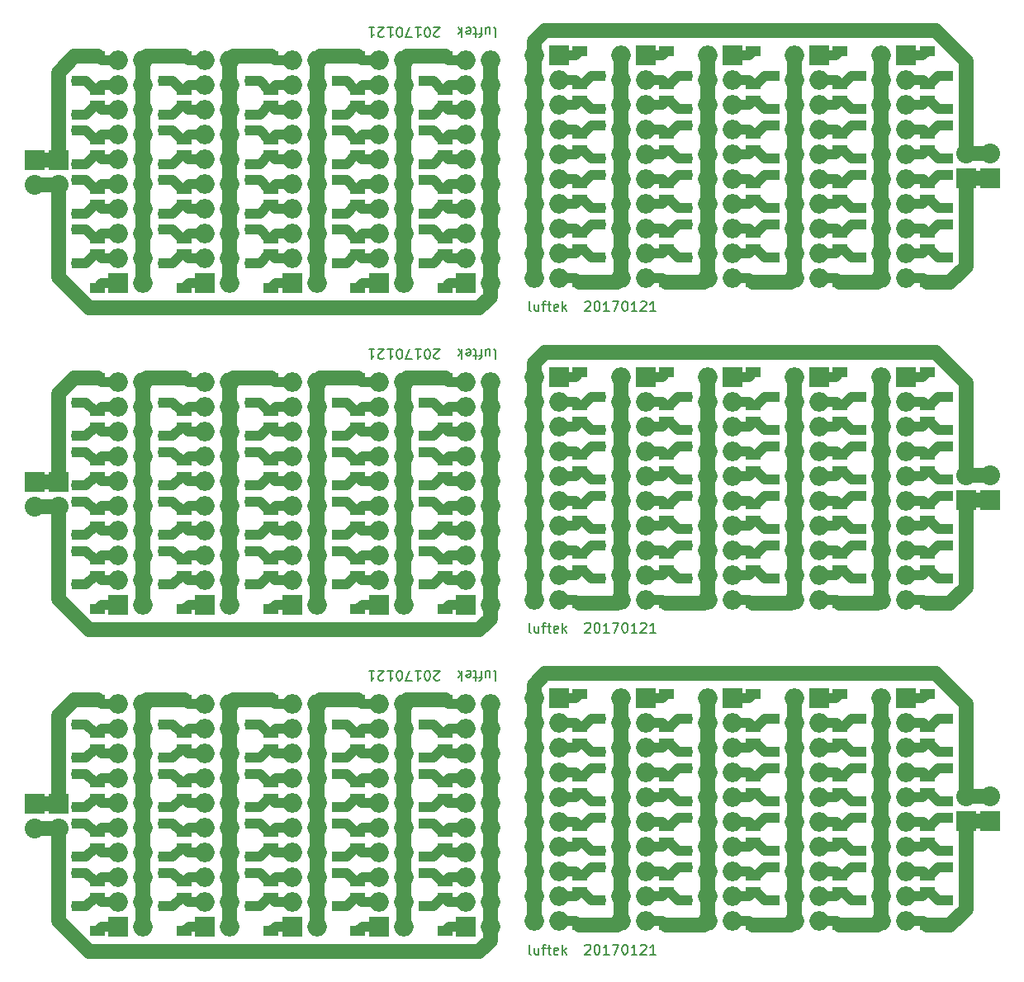
<source format=gtl>
%MOIN*%
%OFA0B0*%
%FSLAX46Y46*%
%IPPOS*%
%LPD*%
%ADD10C,0.0019685039370078744*%
%ADD11C,0.005905511811023622*%
%ADD12O,0.07874015748031496X0.07874015748031496*%
%ADD13R,0.07874015748031496X0.07874015748031496*%
%ADD14O,0.08X0.08*%
%ADD15R,0.08X0.08*%
%ADD16R,0.062992125984251982X0.03937007874015748*%
%ADD17C,0.03937007874015748*%
%ADD18C,0.059055118110236227*%
%ADD29C,0.0019685039370078744*%
%ADD30C,0.005905511811023622*%
%ADD31O,0.07874015748031496X0.07874015748031496*%
%ADD32R,0.07874015748031496X0.07874015748031496*%
%ADD33O,0.08X0.08*%
%ADD34R,0.08X0.08*%
%ADD35R,0.062992125984251982X0.03937007874015748*%
%ADD36C,0.03937007874015748*%
%ADD37C,0.059055118110236227*%
%ADD48C,0.0019685039370078744*%
%ADD49C,0.005905511811023622*%
%ADD50O,0.07874015748031496X0.07874015748031496*%
%ADD51R,0.07874015748031496X0.07874015748031496*%
%ADD52O,0.08X0.08*%
%ADD53R,0.08X0.08*%
%ADD54R,0.062992125984251982X0.03937007874015748*%
%ADD55C,0.03937007874015748*%
%ADD56C,0.059055118110236227*%
%ADD67C,0.0019685039370078744*%
%ADD68C,0.005905511811023622*%
%ADD69O,0.07874015748031496X0.07874015748031496*%
%ADD70R,0.07874015748031496X0.07874015748031496*%
%ADD71O,0.08X0.08*%
%ADD72R,0.08X0.08*%
%ADD73R,0.062992125984251982X0.03937007874015748*%
%ADD74C,0.03937007874015748*%
%ADD75C,0.059055118110236227*%
%ADD86C,0.0019685039370078744*%
%ADD87C,0.005905511811023622*%
%ADD88O,0.07874015748031496X0.07874015748031496*%
%ADD89R,0.07874015748031496X0.07874015748031496*%
%ADD90O,0.08X0.08*%
%ADD91R,0.08X0.08*%
%ADD92R,0.062992125984251982X0.03937007874015748*%
%ADD93C,0.03937007874015748*%
%ADD94C,0.059055118110236227*%
%ADD105C,0.0019685039370078744*%
%ADD106C,0.005905511811023622*%
%ADD107O,0.07874015748031496X0.07874015748031496*%
%ADD108R,0.07874015748031496X0.07874015748031496*%
%ADD109O,0.08X0.08*%
%ADD110R,0.08X0.08*%
%ADD111R,0.062992125984251982X0.03937007874015748*%
%ADD112C,0.03937007874015748*%
%ADD113C,0.059055118110236227*%
%LPD*%
G01*
D10*
D11*
X0002042932Y0001434945D02*
X0002039181Y0001436820D01*
X0002037307Y0001440569D01*
X0002037307Y0001474315D01*
X0002074803Y0001461192D02*
X0002074803Y0001434945D01*
X0002057929Y0001461192D02*
X0002057929Y0001440569D01*
X0002059805Y0001436820D01*
X0002063554Y0001434945D01*
X0002069178Y0001434945D01*
X0002072928Y0001436820D01*
X0002074803Y0001438695D01*
X0002087926Y0001461192D02*
X0002102924Y0001461192D01*
X0002093550Y0001434945D02*
X0002093550Y0001468691D01*
X0002095425Y0001472440D01*
X0002099175Y0001474315D01*
X0002102924Y0001474315D01*
X0002110423Y0001461192D02*
X0002125421Y0001461192D01*
X0002116047Y0001474315D02*
X0002116047Y0001440569D01*
X0002117922Y0001436820D01*
X0002121672Y0001434945D01*
X0002125421Y0001434945D01*
X0002153543Y0001436820D02*
X0002149793Y0001434945D01*
X0002142294Y0001434945D01*
X0002138545Y0001436820D01*
X0002136670Y0001440569D01*
X0002136670Y0001455567D01*
X0002138545Y0001459317D01*
X0002142294Y0001461192D01*
X0002149793Y0001461192D01*
X0002153543Y0001459317D01*
X0002155418Y0001455567D01*
X0002155418Y0001451818D01*
X0002136670Y0001448069D01*
X0002172290Y0001434945D02*
X0002172290Y0001474315D01*
X0002176040Y0001449943D02*
X0002187289Y0001434945D01*
X0002187289Y0001461192D02*
X0002172290Y0001446194D01*
X0002262279Y0001470566D02*
X0002264154Y0001472440D01*
X0002267903Y0001474315D01*
X0002277277Y0001474315D01*
X0002281027Y0001472440D01*
X0002282902Y0001470566D01*
X0002284776Y0001466816D01*
X0002284776Y0001463067D01*
X0002282902Y0001457442D01*
X0002260404Y0001434945D01*
X0002284776Y0001434945D01*
X0002309148Y0001474315D02*
X0002312898Y0001474315D01*
X0002316647Y0001472440D01*
X0002318522Y0001470566D01*
X0002320397Y0001466816D01*
X0002322272Y0001459317D01*
X0002322272Y0001449943D01*
X0002320397Y0001442444D01*
X0002318522Y0001438695D01*
X0002316647Y0001436820D01*
X0002312898Y0001434945D01*
X0002309148Y0001434945D01*
X0002305399Y0001436820D01*
X0002303524Y0001438695D01*
X0002301649Y0001442444D01*
X0002299775Y0001449943D01*
X0002299775Y0001459317D01*
X0002301649Y0001466816D01*
X0002303524Y0001470566D01*
X0002305399Y0001472440D01*
X0002309148Y0001474315D01*
X0002359767Y0001434945D02*
X0002337270Y0001434945D01*
X0002348518Y0001434945D02*
X0002348518Y0001474315D01*
X0002344769Y0001468691D01*
X0002341019Y0001464941D01*
X0002337270Y0001463067D01*
X0002372890Y0001474315D02*
X0002399137Y0001474315D01*
X0002382264Y0001434945D01*
X0002421634Y0001474315D02*
X0002425384Y0001474315D01*
X0002429133Y0001472440D01*
X0002431008Y0001470566D01*
X0002432883Y0001466816D01*
X0002434758Y0001459317D01*
X0002434758Y0001449943D01*
X0002432883Y0001442444D01*
X0002431008Y0001438695D01*
X0002429133Y0001436820D01*
X0002425384Y0001434945D01*
X0002421634Y0001434945D01*
X0002417885Y0001436820D01*
X0002416010Y0001438695D01*
X0002414135Y0001442444D01*
X0002412260Y0001449943D01*
X0002412260Y0001459317D01*
X0002414135Y0001466816D01*
X0002416010Y0001470566D01*
X0002417885Y0001472440D01*
X0002421634Y0001474315D01*
X0002472253Y0001434945D02*
X0002449756Y0001434945D01*
X0002461004Y0001434945D02*
X0002461004Y0001474315D01*
X0002457255Y0001468691D01*
X0002453505Y0001464941D01*
X0002449756Y0001463067D01*
X0002487251Y0001470566D02*
X0002489126Y0001472440D01*
X0002492875Y0001474315D01*
X0002502249Y0001474315D01*
X0002505999Y0001472440D01*
X0002507874Y0001470566D01*
X0002509748Y0001466816D01*
X0002509748Y0001463067D01*
X0002507874Y0001457442D01*
X0002485376Y0001434945D01*
X0002509748Y0001434945D01*
X0002547244Y0001434945D02*
X0002524746Y0001434945D01*
X0002535995Y0001434945D02*
X0002535995Y0001474315D01*
X0002532245Y0001468691D01*
X0002528495Y0001464941D01*
X0002524746Y0001463067D01*
D12*
X0002056861Y0001568435D03*
X0002156861Y0001568435D03*
X0002056861Y0001668435D03*
X0002156861Y0001668435D03*
X0002056861Y0001768435D03*
X0002156861Y0001768435D03*
X0002056861Y0001868435D03*
X0002156861Y0001868435D03*
X0002056861Y0001968435D03*
X0002156861Y0001968435D03*
X0002056861Y0002068435D03*
X0002156861Y0002068435D03*
X0002056861Y0002168435D03*
X0002156861Y0002168435D03*
X0002056861Y0002268435D03*
X0002156861Y0002268435D03*
X0002056861Y0002368435D03*
X0002156861Y0002368435D03*
X0002056861Y0002468435D03*
D13*
X0002156861Y0002468435D03*
D14*
X0003897637Y0002071689D03*
D15*
X0003897637Y0001971690D03*
X0003799816Y0001972083D03*
D14*
X0003799816Y0002072083D03*
D12*
X0002407255Y0001568435D03*
X0002507255Y0001568435D03*
X0002407255Y0001668435D03*
X0002507255Y0001668435D03*
X0002407255Y0001768435D03*
X0002507255Y0001768435D03*
X0002407255Y0001868435D03*
X0002507255Y0001868435D03*
X0002407255Y0001968435D03*
X0002507255Y0001968435D03*
X0002407255Y0002068435D03*
X0002507255Y0002068435D03*
X0002407255Y0002168435D03*
X0002507255Y0002168435D03*
X0002407255Y0002268435D03*
X0002507255Y0002268435D03*
X0002407255Y0002368435D03*
X0002507255Y0002368435D03*
X0002407255Y0002468435D03*
D13*
X0002507255Y0002468435D03*
D12*
X0002757649Y0001568435D03*
X0002857649Y0001568435D03*
X0002757649Y0001668435D03*
X0002857649Y0001668435D03*
X0002757649Y0001768435D03*
X0002857649Y0001768435D03*
X0002757649Y0001868435D03*
X0002857649Y0001868435D03*
X0002757649Y0001968435D03*
X0002857649Y0001968435D03*
X0002757649Y0002068435D03*
X0002857649Y0002068435D03*
X0002757649Y0002168435D03*
X0002857649Y0002168435D03*
X0002757649Y0002268435D03*
X0002857649Y0002268435D03*
X0002757649Y0002368435D03*
X0002857649Y0002368435D03*
X0002757649Y0002468435D03*
D13*
X0002857649Y0002468435D03*
D12*
X0003108041Y0001568435D03*
X0003208042Y0001568435D03*
X0003108041Y0001668435D03*
X0003208042Y0001668435D03*
X0003108041Y0001768435D03*
X0003208042Y0001768435D03*
X0003108041Y0001868435D03*
X0003208042Y0001868435D03*
X0003108041Y0001968435D03*
X0003208042Y0001968435D03*
X0003108041Y0002068435D03*
X0003208042Y0002068435D03*
X0003108041Y0002168435D03*
X0003208042Y0002168435D03*
X0003108041Y0002268435D03*
X0003208042Y0002268435D03*
X0003108041Y0002368435D03*
X0003208042Y0002368435D03*
X0003108041Y0002468435D03*
D13*
X0003208042Y0002468435D03*
D16*
X0002240995Y0001952450D03*
X0002240995Y0002086309D03*
X0002591389Y0001952450D03*
X0002591389Y0002086309D03*
X0002941782Y0001952450D03*
X0002941782Y0002086309D03*
X0003292176Y0001952450D03*
X0003292176Y0002086309D03*
X0002315247Y0002186309D03*
X0002315247Y0002052450D03*
X0002665641Y0002186309D03*
X0002665641Y0002052450D03*
X0003016034Y0002186309D03*
X0003016034Y0002052450D03*
X0003366428Y0002186309D03*
X0003366428Y0002052450D03*
X0002315247Y0001786309D03*
X0002315247Y0001652450D03*
X0002665641Y0001786309D03*
X0002665641Y0001652450D03*
X0003016034Y0001786309D03*
X0003016034Y0001652450D03*
X0003366428Y0001786309D03*
X0003366428Y0001652450D03*
X0002240995Y0001552450D03*
X0002240995Y0001686309D03*
X0002591389Y0001552450D03*
X0002591389Y0001686309D03*
X0002941782Y0001552450D03*
X0002941782Y0001686309D03*
X0003292176Y0001552450D03*
X0003292176Y0001686309D03*
X0002315247Y0001852450D03*
X0002315247Y0001986309D03*
X0002665641Y0001852450D03*
X0002665641Y0001986309D03*
X0003016034Y0001852450D03*
X0003016034Y0001986309D03*
X0003366428Y0001852450D03*
X0003366428Y0001986309D03*
X0002240995Y0002286309D03*
X0002240995Y0002152450D03*
X0002591389Y0002286309D03*
X0002591389Y0002152450D03*
X0002941782Y0002286309D03*
X0002941782Y0002152450D03*
X0003292176Y0002286309D03*
X0003292176Y0002152450D03*
X0002240995Y0001886309D03*
X0002240995Y0001752450D03*
X0002591389Y0001886309D03*
X0002591389Y0001752450D03*
X0002941782Y0001886309D03*
X0002941782Y0001752450D03*
X0003292176Y0001886309D03*
X0003292176Y0001752450D03*
X0002315247Y0002252450D03*
X0002315247Y0002386309D03*
X0002665641Y0002252450D03*
X0002665641Y0002386309D03*
X0003016034Y0002252450D03*
X0003016034Y0002386309D03*
X0003366428Y0002252450D03*
X0003366428Y0002386309D03*
X0002240995Y0002352450D03*
X0002240995Y0002486309D03*
X0002591389Y0002352450D03*
X0002591389Y0002486309D03*
X0002941782Y0002352450D03*
X0002941782Y0002486309D03*
X0003292176Y0002352450D03*
X0003292176Y0002486309D03*
D13*
X0003558436Y0002468435D03*
D12*
X0003458436Y0002468435D03*
X0003558436Y0002368435D03*
X0003458436Y0002368435D03*
X0003558436Y0002268435D03*
X0003458436Y0002268435D03*
X0003558436Y0002168435D03*
X0003458436Y0002168435D03*
X0003558436Y0002068435D03*
X0003458436Y0002068435D03*
X0003558436Y0001968435D03*
X0003458436Y0001968435D03*
X0003558436Y0001868435D03*
X0003458436Y0001868435D03*
X0003558436Y0001768435D03*
X0003458436Y0001768435D03*
X0003558436Y0001668435D03*
X0003458436Y0001668435D03*
X0003558436Y0001568435D03*
X0003458436Y0001568435D03*
D16*
X0003642570Y0002086309D03*
X0003642570Y0001952450D03*
X0003642570Y0002152450D03*
X0003642570Y0002286309D03*
X0003716822Y0001986309D03*
X0003716822Y0001852450D03*
X0003642570Y0001752450D03*
X0003642570Y0001886309D03*
X0003716822Y0001652450D03*
X0003716822Y0001786309D03*
X0003642570Y0001686309D03*
X0003642570Y0001552450D03*
X0003716822Y0002386309D03*
X0003716822Y0002252450D03*
X0003716822Y0002052450D03*
X0003716822Y0002186309D03*
X0003642570Y0002486309D03*
X0003642570Y0002352450D03*
D17*
X0002507255Y0002468435D02*
X0002573515Y0002468435D01*
X0002573515Y0002468435D02*
X0002591389Y0002486309D01*
X0002507255Y0002368435D02*
X0002575405Y0002368435D01*
X0002575405Y0002368435D02*
X0002591389Y0002352450D01*
X0002677452Y0002386309D02*
X0002637058Y0002386309D01*
X0002637058Y0002386309D02*
X0002603200Y0002352450D01*
X0002507255Y0002268435D02*
X0002573515Y0002268435D01*
X0002573515Y0002268435D02*
X0002591389Y0002286309D01*
X0002637058Y0002252450D02*
X0002603200Y0002286309D01*
X0002677452Y0002252450D02*
X0002637058Y0002252450D01*
X0002507255Y0002168435D02*
X0002575405Y0002168435D01*
X0002575405Y0002168435D02*
X0002591389Y0002152450D01*
X0002637058Y0002186309D02*
X0002603200Y0002152450D01*
X0002677452Y0002186309D02*
X0002637058Y0002186309D01*
X0002507255Y0002068435D02*
X0002573515Y0002068435D01*
X0002573515Y0002068435D02*
X0002591389Y0002086309D01*
X0002637058Y0002052450D02*
X0002603200Y0002086309D01*
X0002677452Y0002052450D02*
X0002637058Y0002052450D01*
X0002507255Y0001968435D02*
X0002575405Y0001968435D01*
X0002575405Y0001968435D02*
X0002591389Y0001952450D01*
X0002637058Y0001986309D02*
X0002603200Y0001952450D01*
X0002677452Y0001986309D02*
X0002637058Y0001986309D01*
X0002507255Y0001868435D02*
X0002573515Y0001868435D01*
X0002573515Y0001868435D02*
X0002591389Y0001886309D01*
X0002637058Y0001852450D02*
X0002603200Y0001886309D01*
X0002677452Y0001852450D02*
X0002637058Y0001852450D01*
X0002507255Y0001768435D02*
X0002575405Y0001768435D01*
X0002575405Y0001768435D02*
X0002591389Y0001752450D01*
X0002677452Y0001786309D02*
X0002637058Y0001786309D01*
X0002637058Y0001786309D02*
X0002603200Y0001752450D01*
X0002507255Y0001668435D02*
X0002573515Y0001668435D01*
X0002573515Y0001668435D02*
X0002591389Y0001686309D01*
X0002677452Y0001652450D02*
X0002637058Y0001652450D01*
X0002637058Y0001652450D02*
X0002603200Y0001686309D01*
X0002923907Y0002468435D02*
X0002941782Y0002486309D01*
X0002857649Y0002468435D02*
X0002923907Y0002468435D01*
X0003274302Y0002468435D02*
X0003292176Y0002486309D01*
X0003208042Y0002468435D02*
X0003274302Y0002468435D01*
X0002156861Y0002468435D02*
X0002223121Y0002468435D01*
X0002223121Y0002468435D02*
X0002240995Y0002486309D01*
X0002156861Y0002368435D02*
X0002225011Y0002368435D01*
X0002225011Y0002368435D02*
X0002240995Y0002352450D01*
X0002327058Y0002386309D02*
X0002286664Y0002386309D01*
X0002286664Y0002386309D02*
X0002252806Y0002352450D01*
X0002156861Y0002268435D02*
X0002223121Y0002268435D01*
X0002223121Y0002268435D02*
X0002240995Y0002286309D01*
X0002286664Y0002252450D02*
X0002252806Y0002286309D01*
X0002327058Y0002252450D02*
X0002286664Y0002252450D01*
X0002156861Y0002168435D02*
X0002225011Y0002168435D01*
X0002225011Y0002168435D02*
X0002240995Y0002152450D01*
X0002286664Y0002186309D02*
X0002252806Y0002152450D01*
X0002327058Y0002186309D02*
X0002286664Y0002186309D01*
X0002156861Y0002068435D02*
X0002223121Y0002068435D01*
X0002223121Y0002068435D02*
X0002240995Y0002086309D01*
X0002286664Y0002052450D02*
X0002252806Y0002086309D01*
X0002327058Y0002052450D02*
X0002286664Y0002052450D01*
X0002156861Y0001968435D02*
X0002225011Y0001968435D01*
X0002225011Y0001968435D02*
X0002240995Y0001952450D01*
X0002286664Y0001986309D02*
X0002252806Y0001952450D01*
X0002327058Y0001986309D02*
X0002286664Y0001986309D01*
X0002156861Y0001868435D02*
X0002223121Y0001868435D01*
X0002327058Y0001852450D02*
X0002286664Y0001852450D01*
X0002223121Y0001868435D02*
X0002240995Y0001886309D01*
X0002286664Y0001852450D02*
X0002252806Y0001886309D01*
X0002156861Y0001768435D02*
X0002225011Y0001768435D01*
X0002225011Y0001768435D02*
X0002240995Y0001752450D01*
X0002286664Y0001786309D02*
X0002252806Y0001752450D01*
X0002327058Y0001786309D02*
X0002286664Y0001786309D01*
X0002156861Y0001668435D02*
X0002223121Y0001668435D01*
X0002223121Y0001668435D02*
X0002240995Y0001686309D01*
X0002286664Y0001652450D02*
X0002252806Y0001686309D01*
X0002327058Y0001652450D02*
X0002286664Y0001652450D01*
X0002925798Y0002368435D02*
X0002941782Y0002352450D01*
X0003027845Y0002386309D02*
X0002987452Y0002386309D01*
X0002987452Y0002386309D02*
X0002953594Y0002352450D01*
X0002857649Y0002368435D02*
X0002925798Y0002368435D01*
X0002923907Y0002268435D02*
X0002941782Y0002286309D01*
X0002987452Y0002252450D02*
X0002953594Y0002286309D01*
X0003027845Y0002252450D02*
X0002987452Y0002252450D01*
X0002857649Y0002268435D02*
X0002923907Y0002268435D01*
X0002925798Y0002168435D02*
X0002941782Y0002152450D01*
X0002987452Y0002186309D02*
X0002953594Y0002152450D01*
X0003027845Y0002186309D02*
X0002987452Y0002186309D01*
X0002857649Y0002168435D02*
X0002925798Y0002168435D01*
X0002923907Y0002068435D02*
X0002941782Y0002086309D01*
X0002987452Y0002052450D02*
X0002953594Y0002086309D01*
X0003027845Y0002052450D02*
X0002987452Y0002052450D01*
X0002857649Y0002068435D02*
X0002923907Y0002068435D01*
X0002925798Y0001968435D02*
X0002941782Y0001952450D01*
X0002987452Y0001986309D02*
X0002953594Y0001952450D01*
X0003027845Y0001986309D02*
X0002987452Y0001986309D01*
X0002857649Y0001968435D02*
X0002925798Y0001968435D01*
X0002923907Y0001868435D02*
X0002941782Y0001886309D01*
X0002987452Y0001852450D02*
X0002953594Y0001886309D01*
X0003027845Y0001852450D02*
X0002987452Y0001852450D01*
X0002857649Y0001868435D02*
X0002923907Y0001868435D01*
X0002925798Y0001768435D02*
X0002941782Y0001752450D01*
X0003027845Y0001786309D02*
X0002987452Y0001786309D01*
X0002987452Y0001786309D02*
X0002953594Y0001752450D01*
X0002857649Y0001768435D02*
X0002925798Y0001768435D01*
X0002923907Y0001668435D02*
X0002941782Y0001686309D01*
X0003027845Y0001652450D02*
X0002987452Y0001652450D01*
X0002987452Y0001652450D02*
X0002953594Y0001686309D01*
X0002857649Y0001668435D02*
X0002923907Y0001668435D01*
X0003276192Y0002368435D02*
X0003292176Y0002352450D01*
X0003378239Y0002386309D02*
X0003337845Y0002386309D01*
X0003337845Y0002386309D02*
X0003303987Y0002352450D01*
X0003208042Y0002368435D02*
X0003276192Y0002368435D01*
X0003274302Y0002268435D02*
X0003292176Y0002286309D01*
X0003337845Y0002252450D02*
X0003303987Y0002286309D01*
X0003378239Y0002252450D02*
X0003337845Y0002252450D01*
X0003208042Y0002268435D02*
X0003274302Y0002268435D01*
X0003276192Y0002168435D02*
X0003292176Y0002152450D01*
X0003337845Y0002186309D02*
X0003303987Y0002152450D01*
X0003378239Y0002186309D02*
X0003337845Y0002186309D01*
X0003208042Y0002168435D02*
X0003276192Y0002168435D01*
X0003274302Y0002068435D02*
X0003292176Y0002086309D01*
X0003337845Y0002052450D02*
X0003303987Y0002086309D01*
X0003378239Y0002052450D02*
X0003337845Y0002052450D01*
X0003208042Y0002068435D02*
X0003274302Y0002068435D01*
X0003276192Y0001968435D02*
X0003292176Y0001952450D01*
X0003337845Y0001986309D02*
X0003303987Y0001952450D01*
X0003378239Y0001986309D02*
X0003337845Y0001986309D01*
X0003208042Y0001968435D02*
X0003276192Y0001968435D01*
X0003274302Y0001868435D02*
X0003292176Y0001886309D01*
X0003337845Y0001852450D02*
X0003303987Y0001886309D01*
X0003378239Y0001852450D02*
X0003337845Y0001852450D01*
X0003208042Y0001868435D02*
X0003274302Y0001868435D01*
X0003276192Y0001768435D02*
X0003292176Y0001752450D01*
X0003378239Y0001786309D02*
X0003337845Y0001786309D01*
X0003337845Y0001786309D02*
X0003303987Y0001752450D01*
X0003208042Y0001768435D02*
X0003276192Y0001768435D01*
X0003274302Y0001668435D02*
X0003292176Y0001686309D01*
X0003378239Y0001652450D02*
X0003337845Y0001652450D01*
X0003337845Y0001652450D02*
X0003303987Y0001686309D01*
X0003208042Y0001668435D02*
X0003274302Y0001668435D01*
X0003624695Y0002468435D02*
X0003642570Y0002486309D01*
X0003558436Y0002468435D02*
X0003624695Y0002468435D01*
X0003626586Y0002368435D02*
X0003642570Y0002352450D01*
X0003728633Y0002386309D02*
X0003688239Y0002386309D01*
X0003688239Y0002386309D02*
X0003654380Y0002352450D01*
X0003558436Y0002368435D02*
X0003626586Y0002368435D01*
X0003624695Y0002268435D02*
X0003642570Y0002286309D01*
X0003728633Y0002252450D02*
X0003688239Y0002252450D01*
X0003688239Y0002252450D02*
X0003654380Y0002286309D01*
X0003558436Y0002268435D02*
X0003624695Y0002268435D01*
X0003626586Y0002168435D02*
X0003642570Y0002152450D01*
X0003728633Y0002186309D02*
X0003688239Y0002186309D01*
X0003688239Y0002186309D02*
X0003654380Y0002152450D01*
X0003558436Y0002168435D02*
X0003626586Y0002168435D01*
X0003624695Y0002068435D02*
X0003642570Y0002086309D01*
X0003728633Y0002052450D02*
X0003688239Y0002052450D01*
X0003688239Y0002052450D02*
X0003654380Y0002086309D01*
X0003558436Y0002068435D02*
X0003624695Y0002068435D01*
X0003626586Y0001968435D02*
X0003642570Y0001952450D01*
X0003728633Y0001986309D02*
X0003688239Y0001986309D01*
X0003688239Y0001986309D02*
X0003654380Y0001952450D01*
X0003558436Y0001968435D02*
X0003626586Y0001968435D01*
X0003624695Y0001868435D02*
X0003642570Y0001886309D01*
X0003728633Y0001852450D02*
X0003688239Y0001852450D01*
X0003688239Y0001852450D02*
X0003654380Y0001886309D01*
X0003558436Y0001868435D02*
X0003624695Y0001868435D01*
X0003626586Y0001768435D02*
X0003642570Y0001752450D01*
X0003728633Y0001786309D02*
X0003688239Y0001786309D01*
X0003688239Y0001786309D02*
X0003654380Y0001752450D01*
X0003558436Y0001768435D02*
X0003626586Y0001768435D01*
X0003624695Y0001668435D02*
X0003642570Y0001686309D01*
X0003728633Y0001652450D02*
X0003688239Y0001652450D01*
X0003688239Y0001652450D02*
X0003654380Y0001686309D01*
X0003558436Y0001668435D02*
X0003624695Y0001668435D01*
D18*
X0003735856Y0001552450D02*
X0003642570Y0001552450D01*
D17*
X0003626586Y0001568435D02*
X0003642570Y0001552450D01*
D18*
X0003799816Y0001616411D02*
X0003735856Y0001552450D01*
D17*
X0003558436Y0001568435D02*
X0003626586Y0001568435D01*
D18*
X0003799816Y0001972083D02*
X0003799816Y0001616411D01*
X0003799816Y0001972083D02*
X0003897244Y0001972083D01*
X0002056861Y0001668435D02*
X0002056861Y0001768435D01*
X0002056861Y0002368435D02*
X0002056861Y0002468435D01*
X0002056861Y0002268435D02*
X0002056861Y0002368435D01*
X0002056861Y0002168435D02*
X0002056861Y0002268435D01*
X0002056861Y0002068435D02*
X0002056861Y0002168435D01*
X0002056861Y0001968435D02*
X0002056861Y0002068435D01*
X0002056861Y0001868435D02*
X0002056861Y0001968435D01*
X0002056861Y0001768435D02*
X0002056861Y0001868435D01*
X0002056861Y0001568435D02*
X0002056861Y0001668435D01*
X0002056861Y0002468435D02*
X0002056861Y0001751665D01*
X0003799816Y0002072083D02*
X0003799816Y0002445488D01*
X0003799816Y0002445488D02*
X0003676878Y0002568423D01*
X0003676878Y0002568423D02*
X0002101173Y0002568423D01*
X0002101173Y0002568423D02*
X0002056861Y0002524112D01*
X0002056861Y0002524112D02*
X0002056861Y0002468435D01*
X0003799816Y0002072083D02*
X0003897244Y0002072083D01*
X0002407255Y0002368435D02*
X0002407255Y0002468435D01*
X0002407255Y0002268435D02*
X0002407255Y0002368435D01*
X0002407255Y0002168435D02*
X0002407255Y0002268435D01*
X0002407255Y0002068435D02*
X0002407255Y0002168435D01*
X0002407255Y0001968435D02*
X0002407255Y0002068435D01*
X0002407255Y0001868435D02*
X0002407255Y0001968435D01*
X0002407255Y0001768435D02*
X0002407255Y0001868435D01*
X0002407255Y0001668435D02*
X0002407255Y0001768435D01*
X0002407255Y0001568435D02*
X0002407255Y0001668435D01*
X0002240995Y0001552450D02*
X0002391271Y0001552450D01*
X0002391271Y0001552450D02*
X0002407255Y0001568435D01*
D17*
X0002225011Y0001568435D02*
X0002240995Y0001552450D01*
X0002156861Y0001568435D02*
X0002225011Y0001568435D01*
D18*
X0002757649Y0001668435D02*
X0002757649Y0001568435D01*
X0002757649Y0001768435D02*
X0002757649Y0001668435D01*
X0002757649Y0001868435D02*
X0002757649Y0001768435D01*
X0002757649Y0001968435D02*
X0002757649Y0001868435D01*
X0002757649Y0002068435D02*
X0002757649Y0001968435D01*
X0002757649Y0002168435D02*
X0002757649Y0002068435D01*
X0002757649Y0002268435D02*
X0002757649Y0002168435D01*
X0002757649Y0002368435D02*
X0002757649Y0002268435D01*
X0002757649Y0002468435D02*
X0002757649Y0002368435D01*
X0002591389Y0001552450D02*
X0002741664Y0001552450D01*
X0002741664Y0001552450D02*
X0002757649Y0001568435D01*
D17*
X0002507255Y0001568435D02*
X0002575405Y0001568435D01*
X0002575405Y0001568435D02*
X0002591389Y0001552450D01*
D18*
X0003108041Y0002368435D02*
X0003108041Y0002468435D01*
X0003108041Y0002268435D02*
X0003108041Y0002368435D01*
X0003108041Y0002168435D02*
X0003108041Y0002268435D01*
X0003108041Y0002068435D02*
X0003108041Y0002168435D01*
X0003108041Y0001968435D02*
X0003108041Y0002068435D01*
X0003108041Y0001868435D02*
X0003108041Y0001968435D01*
X0003108041Y0001768435D02*
X0003108041Y0001868435D01*
X0003108041Y0001668435D02*
X0003108041Y0001768435D01*
X0003108041Y0001568435D02*
X0003108041Y0001668435D01*
X0002941782Y0001552450D02*
X0003092058Y0001552450D01*
X0003092058Y0001552450D02*
X0003108041Y0001568435D01*
D17*
X0002925798Y0001568435D02*
X0002941782Y0001552450D01*
X0002857649Y0001568435D02*
X0002925798Y0001568435D01*
D18*
X0003458436Y0001668435D02*
X0003458436Y0001568435D01*
X0003458436Y0001768435D02*
X0003458436Y0001668435D01*
X0003458436Y0001868435D02*
X0003458436Y0001768435D01*
X0003458436Y0001968435D02*
X0003458436Y0001868435D01*
X0003458436Y0002068435D02*
X0003458436Y0001968435D01*
X0003458436Y0002168435D02*
X0003458436Y0002068435D01*
X0003458436Y0002268435D02*
X0003458436Y0002168435D01*
X0003458436Y0002368435D02*
X0003458436Y0002268435D01*
X0003458436Y0002468435D02*
X0003458436Y0002368435D01*
X0003292176Y0001552450D02*
X0003442452Y0001552450D01*
X0003442452Y0001552450D02*
X0003458436Y0001568435D01*
D17*
X0003276192Y0001568435D02*
X0003292176Y0001552450D01*
X0003208042Y0001568435D02*
X0003276192Y0001568435D01*
G01*
D29*
D30*
X0002042932Y0002734158D02*
X0002039181Y0002736032D01*
X0002037307Y0002739782D01*
X0002037307Y0002773528D01*
X0002074803Y0002760404D02*
X0002074803Y0002734158D01*
X0002057929Y0002760404D02*
X0002057929Y0002739782D01*
X0002059805Y0002736032D01*
X0002063554Y0002734158D01*
X0002069178Y0002734158D01*
X0002072928Y0002736032D01*
X0002074803Y0002737906D01*
X0002087926Y0002760404D02*
X0002102924Y0002760404D01*
X0002093550Y0002734158D02*
X0002093550Y0002767904D01*
X0002095425Y0002771653D01*
X0002099175Y0002773528D01*
X0002102924Y0002773528D01*
X0002110423Y0002760404D02*
X0002125421Y0002760404D01*
X0002116047Y0002773528D02*
X0002116047Y0002739782D01*
X0002117922Y0002736032D01*
X0002121672Y0002734158D01*
X0002125421Y0002734158D01*
X0002153543Y0002736032D02*
X0002149793Y0002734158D01*
X0002142294Y0002734158D01*
X0002138545Y0002736032D01*
X0002136670Y0002739782D01*
X0002136670Y0002754780D01*
X0002138545Y0002758530D01*
X0002142294Y0002760404D01*
X0002149793Y0002760404D01*
X0002153543Y0002758530D01*
X0002155418Y0002754780D01*
X0002155418Y0002751031D01*
X0002136670Y0002747281D01*
X0002172290Y0002734158D02*
X0002172290Y0002773528D01*
X0002176040Y0002749156D02*
X0002187289Y0002734158D01*
X0002187289Y0002760404D02*
X0002172290Y0002745406D01*
X0002262279Y0002769778D02*
X0002264154Y0002771653D01*
X0002267903Y0002773528D01*
X0002277277Y0002773528D01*
X0002281027Y0002771653D01*
X0002282902Y0002769778D01*
X0002284776Y0002766029D01*
X0002284776Y0002762278D01*
X0002282902Y0002756655D01*
X0002260404Y0002734158D01*
X0002284776Y0002734158D01*
X0002309148Y0002773528D02*
X0002312898Y0002773528D01*
X0002316647Y0002771653D01*
X0002318522Y0002769778D01*
X0002320397Y0002766029D01*
X0002322272Y0002758530D01*
X0002322272Y0002749156D01*
X0002320397Y0002741657D01*
X0002318522Y0002737906D01*
X0002316647Y0002736032D01*
X0002312898Y0002734158D01*
X0002309148Y0002734158D01*
X0002305399Y0002736032D01*
X0002303524Y0002737906D01*
X0002301649Y0002741657D01*
X0002299775Y0002749156D01*
X0002299775Y0002758530D01*
X0002301649Y0002766029D01*
X0002303524Y0002769778D01*
X0002305399Y0002771653D01*
X0002309148Y0002773528D01*
X0002359767Y0002734158D02*
X0002337270Y0002734158D01*
X0002348518Y0002734158D02*
X0002348518Y0002773528D01*
X0002344769Y0002767904D01*
X0002341019Y0002764154D01*
X0002337270Y0002762278D01*
X0002372890Y0002773528D02*
X0002399137Y0002773528D01*
X0002382264Y0002734158D01*
X0002421634Y0002773528D02*
X0002425384Y0002773528D01*
X0002429133Y0002771653D01*
X0002431008Y0002769778D01*
X0002432883Y0002766029D01*
X0002434758Y0002758530D01*
X0002434758Y0002749156D01*
X0002432883Y0002741657D01*
X0002431008Y0002737906D01*
X0002429133Y0002736032D01*
X0002425384Y0002734158D01*
X0002421634Y0002734158D01*
X0002417885Y0002736032D01*
X0002416010Y0002737906D01*
X0002414135Y0002741657D01*
X0002412260Y0002749156D01*
X0002412260Y0002758530D01*
X0002414135Y0002766029D01*
X0002416010Y0002769778D01*
X0002417885Y0002771653D01*
X0002421634Y0002773528D01*
X0002472253Y0002734158D02*
X0002449756Y0002734158D01*
X0002461004Y0002734158D02*
X0002461004Y0002773528D01*
X0002457255Y0002767904D01*
X0002453505Y0002764154D01*
X0002449756Y0002762278D01*
X0002487251Y0002769778D02*
X0002489126Y0002771653D01*
X0002492875Y0002773528D01*
X0002502249Y0002773528D01*
X0002505999Y0002771653D01*
X0002507874Y0002769778D01*
X0002509748Y0002766029D01*
X0002509748Y0002762278D01*
X0002507874Y0002756655D01*
X0002485376Y0002734158D01*
X0002509748Y0002734158D01*
X0002547244Y0002734158D02*
X0002524746Y0002734158D01*
X0002535995Y0002734158D02*
X0002535995Y0002773528D01*
X0002532245Y0002767904D01*
X0002528495Y0002764154D01*
X0002524746Y0002762278D01*
D31*
X0002056861Y0002867647D03*
X0002156861Y0002867647D03*
X0002056861Y0002967647D03*
X0002156861Y0002967647D03*
X0002056861Y0003067647D03*
X0002156861Y0003067647D03*
X0002056861Y0003167647D03*
X0002156861Y0003167647D03*
X0002056861Y0003267646D03*
X0002156861Y0003267646D03*
X0002056861Y0003367647D03*
X0002156861Y0003367647D03*
X0002056861Y0003467647D03*
X0002156861Y0003467647D03*
X0002056861Y0003567647D03*
X0002156861Y0003567647D03*
X0002056861Y0003667646D03*
X0002156861Y0003667646D03*
X0002056861Y0003767647D03*
D32*
X0002156861Y0003767647D03*
D33*
X0003897637Y0003370901D03*
D34*
X0003897637Y0003270902D03*
X0003799816Y0003271296D03*
D33*
X0003799816Y0003371296D03*
D31*
X0002407255Y0002867647D03*
X0002507255Y0002867647D03*
X0002407255Y0002967647D03*
X0002507255Y0002967647D03*
X0002407255Y0003067647D03*
X0002507255Y0003067647D03*
X0002407255Y0003167647D03*
X0002507255Y0003167647D03*
X0002407255Y0003267646D03*
X0002507255Y0003267646D03*
X0002407255Y0003367647D03*
X0002507255Y0003367647D03*
X0002407255Y0003467647D03*
X0002507255Y0003467647D03*
X0002407255Y0003567647D03*
X0002507255Y0003567647D03*
X0002407255Y0003667646D03*
X0002507255Y0003667646D03*
X0002407255Y0003767647D03*
D32*
X0002507255Y0003767647D03*
D31*
X0002757649Y0002867647D03*
X0002857649Y0002867647D03*
X0002757649Y0002967647D03*
X0002857649Y0002967647D03*
X0002757649Y0003067647D03*
X0002857649Y0003067647D03*
X0002757649Y0003167647D03*
X0002857649Y0003167647D03*
X0002757649Y0003267646D03*
X0002857649Y0003267646D03*
X0002757649Y0003367647D03*
X0002857649Y0003367647D03*
X0002757649Y0003467647D03*
X0002857649Y0003467647D03*
X0002757649Y0003567647D03*
X0002857649Y0003567647D03*
X0002757649Y0003667646D03*
X0002857649Y0003667646D03*
X0002757649Y0003767647D03*
D32*
X0002857649Y0003767647D03*
D31*
X0003108041Y0002867647D03*
X0003208042Y0002867647D03*
X0003108041Y0002967647D03*
X0003208042Y0002967647D03*
X0003108041Y0003067647D03*
X0003208042Y0003067647D03*
X0003108041Y0003167647D03*
X0003208042Y0003167647D03*
X0003108041Y0003267646D03*
X0003208042Y0003267646D03*
X0003108041Y0003367647D03*
X0003208042Y0003367647D03*
X0003108041Y0003467647D03*
X0003208042Y0003467647D03*
X0003108041Y0003567647D03*
X0003208042Y0003567647D03*
X0003108041Y0003667646D03*
X0003208042Y0003667646D03*
X0003108041Y0003767647D03*
D32*
X0003208042Y0003767647D03*
D35*
X0002240995Y0003251663D03*
X0002240995Y0003385521D03*
X0002591389Y0003251663D03*
X0002591389Y0003385521D03*
X0002941782Y0003251663D03*
X0002941782Y0003385521D03*
X0003292176Y0003251663D03*
X0003292176Y0003385521D03*
X0002315247Y0003485521D03*
X0002315247Y0003351662D03*
X0002665641Y0003485521D03*
X0002665641Y0003351662D03*
X0003016034Y0003485521D03*
X0003016034Y0003351662D03*
X0003366428Y0003485521D03*
X0003366428Y0003351662D03*
X0002315247Y0003085521D03*
X0002315247Y0002951662D03*
X0002665641Y0003085521D03*
X0002665641Y0002951662D03*
X0003016034Y0003085521D03*
X0003016034Y0002951662D03*
X0003366428Y0003085521D03*
X0003366428Y0002951662D03*
X0002240995Y0002851663D03*
X0002240995Y0002985521D03*
X0002591389Y0002851663D03*
X0002591389Y0002985521D03*
X0002941782Y0002851663D03*
X0002941782Y0002985521D03*
X0003292176Y0002851663D03*
X0003292176Y0002985521D03*
X0002315247Y0003151663D03*
X0002315247Y0003285521D03*
X0002665641Y0003151663D03*
X0002665641Y0003285521D03*
X0003016034Y0003151663D03*
X0003016034Y0003285521D03*
X0003366428Y0003151663D03*
X0003366428Y0003285521D03*
X0002240995Y0003585520D03*
X0002240995Y0003451663D03*
X0002591389Y0003585520D03*
X0002591389Y0003451663D03*
X0002941782Y0003585520D03*
X0002941782Y0003451663D03*
X0003292176Y0003585520D03*
X0003292176Y0003451663D03*
X0002240995Y0003185520D03*
X0002240995Y0003051663D03*
X0002591389Y0003185520D03*
X0002591389Y0003051663D03*
X0002941782Y0003185520D03*
X0002941782Y0003051663D03*
X0003292176Y0003185520D03*
X0003292176Y0003051663D03*
X0002315247Y0003551663D03*
X0002315247Y0003685521D03*
X0002665641Y0003551663D03*
X0002665641Y0003685521D03*
X0003016034Y0003551663D03*
X0003016034Y0003685521D03*
X0003366428Y0003551663D03*
X0003366428Y0003685521D03*
X0002240995Y0003651663D03*
X0002240995Y0003785521D03*
X0002591389Y0003651663D03*
X0002591389Y0003785521D03*
X0002941782Y0003651663D03*
X0002941782Y0003785521D03*
X0003292176Y0003651663D03*
X0003292176Y0003785521D03*
D32*
X0003558436Y0003767647D03*
D31*
X0003458436Y0003767647D03*
X0003558436Y0003667646D03*
X0003458436Y0003667646D03*
X0003558436Y0003567647D03*
X0003458436Y0003567647D03*
X0003558436Y0003467647D03*
X0003458436Y0003467647D03*
X0003558436Y0003367647D03*
X0003458436Y0003367647D03*
X0003558436Y0003267646D03*
X0003458436Y0003267646D03*
X0003558436Y0003167647D03*
X0003458436Y0003167647D03*
X0003558436Y0003067647D03*
X0003458436Y0003067647D03*
X0003558436Y0002967647D03*
X0003458436Y0002967647D03*
X0003558436Y0002867647D03*
X0003458436Y0002867647D03*
D35*
X0003642570Y0003385521D03*
X0003642570Y0003251663D03*
X0003642570Y0003451663D03*
X0003642570Y0003585520D03*
X0003716822Y0003285521D03*
X0003716822Y0003151663D03*
X0003642570Y0003051663D03*
X0003642570Y0003185520D03*
X0003716822Y0002951662D03*
X0003716822Y0003085521D03*
X0003642570Y0002985521D03*
X0003642570Y0002851663D03*
X0003716822Y0003685521D03*
X0003716822Y0003551663D03*
X0003716822Y0003351662D03*
X0003716822Y0003485521D03*
X0003642570Y0003785521D03*
X0003642570Y0003651663D03*
D36*
X0002507255Y0003767647D02*
X0002573515Y0003767647D01*
X0002573515Y0003767647D02*
X0002591389Y0003785521D01*
X0002507255Y0003667646D02*
X0002575405Y0003667646D01*
X0002575405Y0003667646D02*
X0002591389Y0003651663D01*
X0002677452Y0003685521D02*
X0002637058Y0003685521D01*
X0002637058Y0003685521D02*
X0002603200Y0003651663D01*
X0002507255Y0003567647D02*
X0002573515Y0003567647D01*
X0002573515Y0003567647D02*
X0002591389Y0003585520D01*
X0002637058Y0003551663D02*
X0002603200Y0003585520D01*
X0002677452Y0003551663D02*
X0002637058Y0003551663D01*
X0002507255Y0003467647D02*
X0002575405Y0003467647D01*
X0002575405Y0003467647D02*
X0002591389Y0003451663D01*
X0002637058Y0003485521D02*
X0002603200Y0003451663D01*
X0002677452Y0003485521D02*
X0002637058Y0003485521D01*
X0002507255Y0003367647D02*
X0002573515Y0003367647D01*
X0002573515Y0003367647D02*
X0002591389Y0003385521D01*
X0002637058Y0003351662D02*
X0002603200Y0003385521D01*
X0002677452Y0003351662D02*
X0002637058Y0003351662D01*
X0002507255Y0003267646D02*
X0002575405Y0003267646D01*
X0002575405Y0003267646D02*
X0002591389Y0003251663D01*
X0002637058Y0003285521D02*
X0002603200Y0003251663D01*
X0002677452Y0003285521D02*
X0002637058Y0003285521D01*
X0002507255Y0003167647D02*
X0002573515Y0003167647D01*
X0002573515Y0003167647D02*
X0002591389Y0003185520D01*
X0002637058Y0003151663D02*
X0002603200Y0003185520D01*
X0002677452Y0003151663D02*
X0002637058Y0003151663D01*
X0002507255Y0003067647D02*
X0002575405Y0003067647D01*
X0002575405Y0003067647D02*
X0002591389Y0003051663D01*
X0002677452Y0003085521D02*
X0002637058Y0003085521D01*
X0002637058Y0003085521D02*
X0002603200Y0003051663D01*
X0002507255Y0002967647D02*
X0002573515Y0002967647D01*
X0002573515Y0002967647D02*
X0002591389Y0002985521D01*
X0002677452Y0002951662D02*
X0002637058Y0002951662D01*
X0002637058Y0002951662D02*
X0002603200Y0002985521D01*
X0002923907Y0003767647D02*
X0002941782Y0003785521D01*
X0002857649Y0003767647D02*
X0002923907Y0003767647D01*
X0003274302Y0003767647D02*
X0003292176Y0003785521D01*
X0003208042Y0003767647D02*
X0003274302Y0003767647D01*
X0002156861Y0003767647D02*
X0002223121Y0003767647D01*
X0002223121Y0003767647D02*
X0002240995Y0003785521D01*
X0002156861Y0003667646D02*
X0002225011Y0003667646D01*
X0002225011Y0003667646D02*
X0002240995Y0003651663D01*
X0002327058Y0003685521D02*
X0002286664Y0003685521D01*
X0002286664Y0003685521D02*
X0002252806Y0003651663D01*
X0002156861Y0003567647D02*
X0002223121Y0003567647D01*
X0002223121Y0003567647D02*
X0002240995Y0003585520D01*
X0002286664Y0003551663D02*
X0002252806Y0003585520D01*
X0002327058Y0003551663D02*
X0002286664Y0003551663D01*
X0002156861Y0003467647D02*
X0002225011Y0003467647D01*
X0002225011Y0003467647D02*
X0002240995Y0003451663D01*
X0002286664Y0003485521D02*
X0002252806Y0003451663D01*
X0002327058Y0003485521D02*
X0002286664Y0003485521D01*
X0002156861Y0003367647D02*
X0002223121Y0003367647D01*
X0002223121Y0003367647D02*
X0002240995Y0003385521D01*
X0002286664Y0003351662D02*
X0002252806Y0003385521D01*
X0002327058Y0003351662D02*
X0002286664Y0003351662D01*
X0002156861Y0003267646D02*
X0002225011Y0003267646D01*
X0002225011Y0003267646D02*
X0002240995Y0003251663D01*
X0002286664Y0003285521D02*
X0002252806Y0003251663D01*
X0002327058Y0003285521D02*
X0002286664Y0003285521D01*
X0002156861Y0003167647D02*
X0002223121Y0003167647D01*
X0002327058Y0003151663D02*
X0002286664Y0003151663D01*
X0002223121Y0003167647D02*
X0002240995Y0003185520D01*
X0002286664Y0003151663D02*
X0002252806Y0003185520D01*
X0002156861Y0003067647D02*
X0002225011Y0003067647D01*
X0002225011Y0003067647D02*
X0002240995Y0003051663D01*
X0002286664Y0003085521D02*
X0002252806Y0003051663D01*
X0002327058Y0003085521D02*
X0002286664Y0003085521D01*
X0002156861Y0002967647D02*
X0002223121Y0002967647D01*
X0002223121Y0002967647D02*
X0002240995Y0002985521D01*
X0002286664Y0002951662D02*
X0002252806Y0002985521D01*
X0002327058Y0002951662D02*
X0002286664Y0002951662D01*
X0002925798Y0003667646D02*
X0002941782Y0003651663D01*
X0003027845Y0003685521D02*
X0002987452Y0003685521D01*
X0002987452Y0003685521D02*
X0002953594Y0003651663D01*
X0002857649Y0003667646D02*
X0002925798Y0003667646D01*
X0002923907Y0003567647D02*
X0002941782Y0003585520D01*
X0002987452Y0003551663D02*
X0002953594Y0003585520D01*
X0003027845Y0003551663D02*
X0002987452Y0003551663D01*
X0002857649Y0003567647D02*
X0002923907Y0003567647D01*
X0002925798Y0003467647D02*
X0002941782Y0003451663D01*
X0002987452Y0003485521D02*
X0002953594Y0003451663D01*
X0003027845Y0003485521D02*
X0002987452Y0003485521D01*
X0002857649Y0003467647D02*
X0002925798Y0003467647D01*
X0002923907Y0003367647D02*
X0002941782Y0003385521D01*
X0002987452Y0003351662D02*
X0002953594Y0003385521D01*
X0003027845Y0003351662D02*
X0002987452Y0003351662D01*
X0002857649Y0003367647D02*
X0002923907Y0003367647D01*
X0002925798Y0003267646D02*
X0002941782Y0003251663D01*
X0002987452Y0003285521D02*
X0002953594Y0003251663D01*
X0003027845Y0003285521D02*
X0002987452Y0003285521D01*
X0002857649Y0003267646D02*
X0002925798Y0003267646D01*
X0002923907Y0003167647D02*
X0002941782Y0003185520D01*
X0002987452Y0003151663D02*
X0002953594Y0003185520D01*
X0003027845Y0003151663D02*
X0002987452Y0003151663D01*
X0002857649Y0003167647D02*
X0002923907Y0003167647D01*
X0002925798Y0003067647D02*
X0002941782Y0003051663D01*
X0003027845Y0003085521D02*
X0002987452Y0003085521D01*
X0002987452Y0003085521D02*
X0002953594Y0003051663D01*
X0002857649Y0003067647D02*
X0002925798Y0003067647D01*
X0002923907Y0002967647D02*
X0002941782Y0002985521D01*
X0003027845Y0002951662D02*
X0002987452Y0002951662D01*
X0002987452Y0002951662D02*
X0002953594Y0002985521D01*
X0002857649Y0002967647D02*
X0002923907Y0002967647D01*
X0003276192Y0003667646D02*
X0003292176Y0003651663D01*
X0003378239Y0003685521D02*
X0003337845Y0003685521D01*
X0003337845Y0003685521D02*
X0003303987Y0003651663D01*
X0003208042Y0003667646D02*
X0003276192Y0003667646D01*
X0003274302Y0003567647D02*
X0003292176Y0003585520D01*
X0003337845Y0003551663D02*
X0003303987Y0003585520D01*
X0003378239Y0003551663D02*
X0003337845Y0003551663D01*
X0003208042Y0003567647D02*
X0003274302Y0003567647D01*
X0003276192Y0003467647D02*
X0003292176Y0003451663D01*
X0003337845Y0003485521D02*
X0003303987Y0003451663D01*
X0003378239Y0003485521D02*
X0003337845Y0003485521D01*
X0003208042Y0003467647D02*
X0003276192Y0003467647D01*
X0003274302Y0003367647D02*
X0003292176Y0003385521D01*
X0003337845Y0003351662D02*
X0003303987Y0003385521D01*
X0003378239Y0003351662D02*
X0003337845Y0003351662D01*
X0003208042Y0003367647D02*
X0003274302Y0003367647D01*
X0003276192Y0003267646D02*
X0003292176Y0003251663D01*
X0003337845Y0003285521D02*
X0003303987Y0003251663D01*
X0003378239Y0003285521D02*
X0003337845Y0003285521D01*
X0003208042Y0003267646D02*
X0003276192Y0003267646D01*
X0003274302Y0003167647D02*
X0003292176Y0003185520D01*
X0003337845Y0003151663D02*
X0003303987Y0003185520D01*
X0003378239Y0003151663D02*
X0003337845Y0003151663D01*
X0003208042Y0003167647D02*
X0003274302Y0003167647D01*
X0003276192Y0003067647D02*
X0003292176Y0003051663D01*
X0003378239Y0003085521D02*
X0003337845Y0003085521D01*
X0003337845Y0003085521D02*
X0003303987Y0003051663D01*
X0003208042Y0003067647D02*
X0003276192Y0003067647D01*
X0003274302Y0002967647D02*
X0003292176Y0002985521D01*
X0003378239Y0002951662D02*
X0003337845Y0002951662D01*
X0003337845Y0002951662D02*
X0003303987Y0002985521D01*
X0003208042Y0002967647D02*
X0003274302Y0002967647D01*
X0003624695Y0003767647D02*
X0003642570Y0003785521D01*
X0003558436Y0003767647D02*
X0003624695Y0003767647D01*
X0003626586Y0003667646D02*
X0003642570Y0003651663D01*
X0003728633Y0003685521D02*
X0003688239Y0003685521D01*
X0003688239Y0003685521D02*
X0003654380Y0003651663D01*
X0003558436Y0003667646D02*
X0003626586Y0003667646D01*
X0003624695Y0003567647D02*
X0003642570Y0003585520D01*
X0003728633Y0003551663D02*
X0003688239Y0003551663D01*
X0003688239Y0003551663D02*
X0003654380Y0003585520D01*
X0003558436Y0003567647D02*
X0003624695Y0003567647D01*
X0003626586Y0003467647D02*
X0003642570Y0003451663D01*
X0003728633Y0003485521D02*
X0003688239Y0003485521D01*
X0003688239Y0003485521D02*
X0003654380Y0003451663D01*
X0003558436Y0003467647D02*
X0003626586Y0003467647D01*
X0003624695Y0003367647D02*
X0003642570Y0003385521D01*
X0003728633Y0003351662D02*
X0003688239Y0003351662D01*
X0003688239Y0003351662D02*
X0003654380Y0003385521D01*
X0003558436Y0003367647D02*
X0003624695Y0003367647D01*
X0003626586Y0003267646D02*
X0003642570Y0003251663D01*
X0003728633Y0003285521D02*
X0003688239Y0003285521D01*
X0003688239Y0003285521D02*
X0003654380Y0003251663D01*
X0003558436Y0003267646D02*
X0003626586Y0003267646D01*
X0003624695Y0003167647D02*
X0003642570Y0003185520D01*
X0003728633Y0003151663D02*
X0003688239Y0003151663D01*
X0003688239Y0003151663D02*
X0003654380Y0003185520D01*
X0003558436Y0003167647D02*
X0003624695Y0003167647D01*
X0003626586Y0003067647D02*
X0003642570Y0003051663D01*
X0003728633Y0003085521D02*
X0003688239Y0003085521D01*
X0003688239Y0003085521D02*
X0003654380Y0003051663D01*
X0003558436Y0003067647D02*
X0003626586Y0003067647D01*
X0003624695Y0002967647D02*
X0003642570Y0002985521D01*
X0003728633Y0002951662D02*
X0003688239Y0002951662D01*
X0003688239Y0002951662D02*
X0003654380Y0002985521D01*
X0003558436Y0002967647D02*
X0003624695Y0002967647D01*
D37*
X0003735856Y0002851663D02*
X0003642570Y0002851663D01*
D36*
X0003626586Y0002867647D02*
X0003642570Y0002851663D01*
D37*
X0003799816Y0002915623D02*
X0003735856Y0002851663D01*
D36*
X0003558436Y0002867647D02*
X0003626586Y0002867647D01*
D37*
X0003799816Y0003271296D02*
X0003799816Y0002915623D01*
X0003799816Y0003271296D02*
X0003897244Y0003271296D01*
X0002056861Y0002967647D02*
X0002056861Y0003067647D01*
X0002056861Y0003667646D02*
X0002056861Y0003767647D01*
X0002056861Y0003567647D02*
X0002056861Y0003667646D01*
X0002056861Y0003467647D02*
X0002056861Y0003567647D01*
X0002056861Y0003367647D02*
X0002056861Y0003467647D01*
X0002056861Y0003267646D02*
X0002056861Y0003367647D01*
X0002056861Y0003167647D02*
X0002056861Y0003267646D01*
X0002056861Y0003067647D02*
X0002056861Y0003167647D01*
X0002056861Y0002867647D02*
X0002056861Y0002967647D01*
X0002056861Y0003767647D02*
X0002056861Y0003050879D01*
X0003799816Y0003371296D02*
X0003799816Y0003744700D01*
X0003799816Y0003744700D02*
X0003676878Y0003867637D01*
X0003676878Y0003867637D02*
X0002101173Y0003867637D01*
X0002101173Y0003867637D02*
X0002056861Y0003823325D01*
X0002056861Y0003823325D02*
X0002056861Y0003767647D01*
X0003799816Y0003371296D02*
X0003897244Y0003371296D01*
X0002407255Y0003667646D02*
X0002407255Y0003767647D01*
X0002407255Y0003567647D02*
X0002407255Y0003667646D01*
X0002407255Y0003467647D02*
X0002407255Y0003567647D01*
X0002407255Y0003367647D02*
X0002407255Y0003467647D01*
X0002407255Y0003267646D02*
X0002407255Y0003367647D01*
X0002407255Y0003167647D02*
X0002407255Y0003267646D01*
X0002407255Y0003067647D02*
X0002407255Y0003167647D01*
X0002407255Y0002967647D02*
X0002407255Y0003067647D01*
X0002407255Y0002867647D02*
X0002407255Y0002967647D01*
X0002240995Y0002851663D02*
X0002391271Y0002851663D01*
X0002391271Y0002851663D02*
X0002407255Y0002867647D01*
D36*
X0002225011Y0002867647D02*
X0002240995Y0002851663D01*
X0002156861Y0002867647D02*
X0002225011Y0002867647D01*
D37*
X0002757649Y0002967647D02*
X0002757649Y0002867647D01*
X0002757649Y0003067647D02*
X0002757649Y0002967647D01*
X0002757649Y0003167647D02*
X0002757649Y0003067647D01*
X0002757649Y0003267646D02*
X0002757649Y0003167647D01*
X0002757649Y0003367647D02*
X0002757649Y0003267646D01*
X0002757649Y0003467647D02*
X0002757649Y0003367647D01*
X0002757649Y0003567647D02*
X0002757649Y0003467647D01*
X0002757649Y0003667646D02*
X0002757649Y0003567647D01*
X0002757649Y0003767647D02*
X0002757649Y0003667646D01*
X0002591389Y0002851663D02*
X0002741664Y0002851663D01*
X0002741664Y0002851663D02*
X0002757649Y0002867647D01*
D36*
X0002507255Y0002867647D02*
X0002575405Y0002867647D01*
X0002575405Y0002867647D02*
X0002591389Y0002851663D01*
D37*
X0003108041Y0003667646D02*
X0003108041Y0003767647D01*
X0003108041Y0003567647D02*
X0003108041Y0003667646D01*
X0003108041Y0003467647D02*
X0003108041Y0003567647D01*
X0003108041Y0003367647D02*
X0003108041Y0003467647D01*
X0003108041Y0003267646D02*
X0003108041Y0003367647D01*
X0003108041Y0003167647D02*
X0003108041Y0003267646D01*
X0003108041Y0003067647D02*
X0003108041Y0003167647D01*
X0003108041Y0002967647D02*
X0003108041Y0003067647D01*
X0003108041Y0002867647D02*
X0003108041Y0002967647D01*
X0002941782Y0002851663D02*
X0003092058Y0002851663D01*
X0003092058Y0002851663D02*
X0003108041Y0002867647D01*
D36*
X0002925798Y0002867647D02*
X0002941782Y0002851663D01*
X0002857649Y0002867647D02*
X0002925798Y0002867647D01*
D37*
X0003458436Y0002967647D02*
X0003458436Y0002867647D01*
X0003458436Y0003067647D02*
X0003458436Y0002967647D01*
X0003458436Y0003167647D02*
X0003458436Y0003067647D01*
X0003458436Y0003267646D02*
X0003458436Y0003167647D01*
X0003458436Y0003367647D02*
X0003458436Y0003267646D01*
X0003458436Y0003467647D02*
X0003458436Y0003367647D01*
X0003458436Y0003567647D02*
X0003458436Y0003467647D01*
X0003458436Y0003667646D02*
X0003458436Y0003567647D01*
X0003458436Y0003767647D02*
X0003458436Y0003667646D01*
X0003292176Y0002851663D02*
X0003442452Y0002851663D01*
X0003442452Y0002851663D02*
X0003458436Y0002867647D01*
D36*
X0003276192Y0002867647D02*
X0003292176Y0002851663D01*
X0003208042Y0002867647D02*
X0003276192Y0002867647D01*
G04 next file*
%LPD*%
G01*
D48*
D49*
X0001894075Y0001281589D02*
X0001897825Y0001279714D01*
X0001899700Y0001275965D01*
X0001899700Y0001242219D01*
X0001862204Y0001255343D02*
X0001862204Y0001281589D01*
X0001879077Y0001255343D02*
X0001879077Y0001275965D01*
X0001877202Y0001279714D01*
X0001873453Y0001281589D01*
X0001867829Y0001281589D01*
X0001864079Y0001279714D01*
X0001862204Y0001277840D01*
X0001849081Y0001255343D02*
X0001834081Y0001255343D01*
X0001843457Y0001281589D02*
X0001843457Y0001247843D01*
X0001841582Y0001244094D01*
X0001837832Y0001242219D01*
X0001834081Y0001242219D01*
X0001826584Y0001255343D02*
X0001811586Y0001255343D01*
X0001820958Y0001242219D02*
X0001820958Y0001275965D01*
X0001819084Y0001279714D01*
X0001815335Y0001281589D01*
X0001811586Y0001281589D01*
X0001783464Y0001279714D02*
X0001787214Y0001281589D01*
X0001794712Y0001281589D01*
X0001798462Y0001279714D01*
X0001800337Y0001275965D01*
X0001800337Y0001260967D01*
X0001798462Y0001257217D01*
X0001794712Y0001255343D01*
X0001787214Y0001255343D01*
X0001783464Y0001257217D01*
X0001781589Y0001260967D01*
X0001781589Y0001264716D01*
X0001800337Y0001268466D01*
X0001764716Y0001281589D02*
X0001764716Y0001242219D01*
X0001760967Y0001266591D02*
X0001749718Y0001281589D01*
X0001749718Y0001255343D02*
X0001764716Y0001270341D01*
X0001674728Y0001245969D02*
X0001672853Y0001244094D01*
X0001669103Y0001242219D01*
X0001659730Y0001242219D01*
X0001655980Y0001244094D01*
X0001654105Y0001245969D01*
X0001652230Y0001249718D01*
X0001652230Y0001253468D01*
X0001654105Y0001259092D01*
X0001676602Y0001281589D01*
X0001652230Y0001281589D01*
X0001627859Y0001242219D02*
X0001624109Y0001242219D01*
X0001620358Y0001244094D01*
X0001618485Y0001245969D01*
X0001616610Y0001249718D01*
X0001614735Y0001257217D01*
X0001614735Y0001266591D01*
X0001616610Y0001274090D01*
X0001618485Y0001277840D01*
X0001620358Y0001279714D01*
X0001624109Y0001281589D01*
X0001627859Y0001281589D01*
X0001631608Y0001279714D01*
X0001633481Y0001277840D01*
X0001635358Y0001274090D01*
X0001637232Y0001266591D01*
X0001637232Y0001257217D01*
X0001635358Y0001249718D01*
X0001633481Y0001245969D01*
X0001631608Y0001244094D01*
X0001627859Y0001242219D01*
X0001577240Y0001281589D02*
X0001599737Y0001281589D01*
X0001588488Y0001281589D02*
X0001588488Y0001242219D01*
X0001592238Y0001247843D01*
X0001595987Y0001251593D01*
X0001599737Y0001253468D01*
X0001564117Y0001242219D02*
X0001537870Y0001242219D01*
X0001554743Y0001281589D01*
X0001515373Y0001242219D02*
X0001511623Y0001242219D01*
X0001507874Y0001244094D01*
X0001505999Y0001245969D01*
X0001504124Y0001249718D01*
X0001502249Y0001257217D01*
X0001502249Y0001266591D01*
X0001504124Y0001274090D01*
X0001505999Y0001277840D01*
X0001507874Y0001279714D01*
X0001511623Y0001281589D01*
X0001515373Y0001281589D01*
X0001519122Y0001279714D01*
X0001520997Y0001277840D01*
X0001522872Y0001274090D01*
X0001524746Y0001266591D01*
X0001524746Y0001257217D01*
X0001522872Y0001249718D01*
X0001520997Y0001245969D01*
X0001519122Y0001244094D01*
X0001515373Y0001242219D01*
X0001464754Y0001281589D02*
X0001487251Y0001281589D01*
X0001476003Y0001281589D02*
X0001476003Y0001242219D01*
X0001479752Y0001247843D01*
X0001483502Y0001251593D01*
X0001487251Y0001253468D01*
X0001449756Y0001245969D02*
X0001447881Y0001244094D01*
X0001444132Y0001242219D01*
X0001434758Y0001242219D01*
X0001431008Y0001244094D01*
X0001429133Y0001245969D01*
X0001427259Y0001249718D01*
X0001427259Y0001253468D01*
X0001429133Y0001259092D01*
X0001451631Y0001281589D01*
X0001427259Y0001281589D01*
X0001389763Y0001281589D02*
X0001412260Y0001281589D01*
X0001401012Y0001281589D02*
X0001401012Y0001242219D01*
X0001404761Y0001247843D01*
X0001408510Y0001251593D01*
X0001412260Y0001253468D01*
D50*
X0001880146Y0001148100D03*
X0001780146Y0001148100D03*
X0001880146Y0001048100D03*
X0001780146Y0001048100D03*
X0001880146Y0000948100D03*
X0001780146Y0000948100D03*
X0001880146Y0000848100D03*
X0001780146Y0000848100D03*
X0001880146Y0000748100D03*
X0001780146Y0000748100D03*
X0001880146Y0000648100D03*
X0001780146Y0000648100D03*
X0001880146Y0000548100D03*
X0001780146Y0000548100D03*
X0001880146Y0000448100D03*
X0001780146Y0000448100D03*
X0001880146Y0000348100D03*
X0001780146Y0000348100D03*
X0001880146Y0000248100D03*
D51*
X0001780146Y0000248100D03*
D52*
X0000039370Y0000644845D03*
D53*
X0000039370Y0000744845D03*
X0000137191Y0000744451D03*
D52*
X0000137191Y0000644451D03*
D50*
X0001529752Y0001148100D03*
X0001429752Y0001148100D03*
X0001529752Y0001048100D03*
X0001429752Y0001048100D03*
X0001529752Y0000948100D03*
X0001429752Y0000948100D03*
X0001529752Y0000848100D03*
X0001429752Y0000848100D03*
X0001529752Y0000748100D03*
X0001429752Y0000748100D03*
X0001529752Y0000648100D03*
X0001429752Y0000648100D03*
X0001529752Y0000548100D03*
X0001429752Y0000548100D03*
X0001529752Y0000448100D03*
X0001429752Y0000448100D03*
X0001529752Y0000348100D03*
X0001429752Y0000348100D03*
X0001529752Y0000248100D03*
D51*
X0001429752Y0000248100D03*
D50*
X0001179358Y0001148100D03*
X0001079358Y0001148100D03*
X0001179358Y0001048100D03*
X0001079358Y0001048100D03*
X0001179358Y0000948100D03*
X0001079358Y0000948100D03*
X0001179358Y0000848100D03*
X0001079358Y0000848100D03*
X0001179358Y0000748100D03*
X0001079358Y0000748100D03*
X0001179358Y0000648100D03*
X0001079358Y0000648100D03*
X0001179358Y0000548100D03*
X0001079358Y0000548100D03*
X0001179358Y0000448100D03*
X0001079358Y0000448100D03*
X0001179358Y0000348100D03*
X0001079358Y0000348100D03*
X0001179358Y0000248100D03*
D51*
X0001079358Y0000248100D03*
D50*
X0000828965Y0001148100D03*
X0000728965Y0001148100D03*
X0000828965Y0001048100D03*
X0000728965Y0001048100D03*
X0000828965Y0000948100D03*
X0000728965Y0000948100D03*
X0000828965Y0000848100D03*
X0000728965Y0000848100D03*
X0000828965Y0000748100D03*
X0000728965Y0000748100D03*
X0000828965Y0000648100D03*
X0000728965Y0000648100D03*
X0000828965Y0000548100D03*
X0000728965Y0000548100D03*
X0000828965Y0000448100D03*
X0000728965Y0000448100D03*
X0000828965Y0000348100D03*
X0000728965Y0000348100D03*
X0000828965Y0000248100D03*
D51*
X0000728965Y0000248100D03*
D54*
X0001696012Y0000764084D03*
X0001696012Y0000630226D03*
X0001345618Y0000764084D03*
X0001345618Y0000630226D03*
X0000995224Y0000764084D03*
X0000995224Y0000630226D03*
X0000644831Y0000764084D03*
X0000644831Y0000630226D03*
X0001621760Y0000530226D03*
X0001621760Y0000664083D03*
X0001271366Y0000530226D03*
X0001271366Y0000664083D03*
X0000920972Y0000530226D03*
X0000920972Y0000664083D03*
X0000570579Y0000530226D03*
X0000570579Y0000664083D03*
X0001621760Y0000930225D03*
X0001621760Y0001064084D03*
X0001271366Y0000930225D03*
X0001271366Y0001064084D03*
X0000920972Y0000930225D03*
X0000920972Y0001064084D03*
X0000570579Y0000930225D03*
X0000570579Y0001064084D03*
X0001696012Y0001164084D03*
X0001696012Y0001030226D03*
X0001345618Y0001164084D03*
X0001345618Y0001030226D03*
X0000995224Y0001164084D03*
X0000995224Y0001030226D03*
X0000644831Y0001164084D03*
X0000644831Y0001030226D03*
X0001621760Y0000864084D03*
X0001621760Y0000730225D03*
X0001271366Y0000864084D03*
X0001271366Y0000730225D03*
X0000920972Y0000864084D03*
X0000920972Y0000730225D03*
X0000570579Y0000864084D03*
X0000570579Y0000730225D03*
X0001696012Y0000430226D03*
X0001696012Y0000564084D03*
X0001345618Y0000430226D03*
X0001345618Y0000564084D03*
X0000995224Y0000430226D03*
X0000995224Y0000564084D03*
X0000644831Y0000430226D03*
X0000644831Y0000564084D03*
X0001696012Y0000830225D03*
X0001696012Y0000964084D03*
X0001345618Y0000830225D03*
X0001345618Y0000964084D03*
X0000995224Y0000830225D03*
X0000995224Y0000964084D03*
X0000644831Y0000830225D03*
X0000644831Y0000964084D03*
X0001621760Y0000464084D03*
X0001621760Y0000330226D03*
X0001271366Y0000464084D03*
X0001271366Y0000330226D03*
X0000920972Y0000464084D03*
X0000920972Y0000330226D03*
X0000570579Y0000464084D03*
X0000570579Y0000330226D03*
X0001696012Y0000364084D03*
X0001696012Y0000230226D03*
X0001345618Y0000364084D03*
X0001345618Y0000230226D03*
X0000995224Y0000364084D03*
X0000995224Y0000230226D03*
X0000644831Y0000364084D03*
X0000644831Y0000230226D03*
D51*
X0000378571Y0000248100D03*
D50*
X0000478571Y0000248100D03*
X0000378571Y0000348100D03*
X0000478571Y0000348100D03*
X0000378571Y0000448100D03*
X0000478571Y0000448100D03*
X0000378571Y0000548100D03*
X0000478571Y0000548100D03*
X0000378571Y0000648100D03*
X0000478571Y0000648100D03*
X0000378571Y0000748100D03*
X0000478571Y0000748100D03*
X0000378571Y0000848100D03*
X0000478571Y0000848100D03*
X0000378571Y0000948100D03*
X0000478571Y0000948100D03*
X0000378571Y0001048100D03*
X0000478571Y0001048100D03*
X0000378571Y0001148100D03*
X0000478571Y0001148100D03*
D54*
X0000294437Y0000630226D03*
X0000294437Y0000764084D03*
X0000294437Y0000564084D03*
X0000294437Y0000430226D03*
X0000220185Y0000730225D03*
X0000220185Y0000864084D03*
X0000294437Y0000964084D03*
X0000294437Y0000830225D03*
X0000220185Y0001064084D03*
X0000220185Y0000930225D03*
X0000294437Y0001030226D03*
X0000294437Y0001164084D03*
X0000220185Y0000330226D03*
X0000220185Y0000464084D03*
X0000220185Y0000664083D03*
X0000220185Y0000530226D03*
X0000294437Y0000230226D03*
X0000294437Y0000364084D03*
D55*
X0001429752Y0000248100D02*
X0001363492Y0000248100D01*
X0001363492Y0000248100D02*
X0001345618Y0000230226D01*
X0001429752Y0000348100D02*
X0001361602Y0000348100D01*
X0001361602Y0000348100D02*
X0001345618Y0000364084D01*
X0001259555Y0000330226D02*
X0001299949Y0000330226D01*
X0001299949Y0000330226D02*
X0001333807Y0000364084D01*
X0001429752Y0000448100D02*
X0001363492Y0000448100D01*
X0001363492Y0000448100D02*
X0001345618Y0000430226D01*
X0001299949Y0000464084D02*
X0001333807Y0000430226D01*
X0001259555Y0000464084D02*
X0001299949Y0000464084D01*
X0001429752Y0000548100D02*
X0001361602Y0000548100D01*
X0001361602Y0000548100D02*
X0001345618Y0000564084D01*
X0001299949Y0000530226D02*
X0001333807Y0000564084D01*
X0001259555Y0000530226D02*
X0001299949Y0000530226D01*
X0001429752Y0000648100D02*
X0001363492Y0000648100D01*
X0001363492Y0000648100D02*
X0001345618Y0000630226D01*
X0001299949Y0000664083D02*
X0001333807Y0000630226D01*
X0001259555Y0000664083D02*
X0001299949Y0000664083D01*
X0001429752Y0000748100D02*
X0001361602Y0000748100D01*
X0001361602Y0000748100D02*
X0001345618Y0000764084D01*
X0001299949Y0000730225D02*
X0001333807Y0000764084D01*
X0001259555Y0000730225D02*
X0001299949Y0000730225D01*
X0001429752Y0000848100D02*
X0001363492Y0000848100D01*
X0001363492Y0000848100D02*
X0001345618Y0000830225D01*
X0001299949Y0000864084D02*
X0001333807Y0000830225D01*
X0001259555Y0000864084D02*
X0001299949Y0000864084D01*
X0001429752Y0000948100D02*
X0001361602Y0000948100D01*
X0001361602Y0000948100D02*
X0001345618Y0000964084D01*
X0001259555Y0000930225D02*
X0001299949Y0000930225D01*
X0001299949Y0000930225D02*
X0001333807Y0000964084D01*
X0001429752Y0001048100D02*
X0001363492Y0001048100D01*
X0001363492Y0001048100D02*
X0001345618Y0001030226D01*
X0001259555Y0001064084D02*
X0001299949Y0001064084D01*
X0001299949Y0001064084D02*
X0001333807Y0001030226D01*
X0001013098Y0000248100D02*
X0000995224Y0000230226D01*
X0001079358Y0000248100D02*
X0001013098Y0000248100D01*
X0000662705Y0000248100D02*
X0000644831Y0000230226D01*
X0000728965Y0000248100D02*
X0000662705Y0000248100D01*
X0001780146Y0000248100D02*
X0001713886Y0000248100D01*
X0001713886Y0000248100D02*
X0001696012Y0000230226D01*
X0001780146Y0000348100D02*
X0001711996Y0000348100D01*
X0001711996Y0000348100D02*
X0001696012Y0000364084D01*
X0001609949Y0000330226D02*
X0001650342Y0000330226D01*
X0001650342Y0000330226D02*
X0001684201Y0000364084D01*
X0001780146Y0000448100D02*
X0001713886Y0000448100D01*
X0001713886Y0000448100D02*
X0001696012Y0000430226D01*
X0001650342Y0000464084D02*
X0001684201Y0000430226D01*
X0001609949Y0000464084D02*
X0001650342Y0000464084D01*
X0001780146Y0000548100D02*
X0001711996Y0000548100D01*
X0001711996Y0000548100D02*
X0001696012Y0000564084D01*
X0001650342Y0000530226D02*
X0001684201Y0000564084D01*
X0001609949Y0000530226D02*
X0001650342Y0000530226D01*
X0001780146Y0000648100D02*
X0001713886Y0000648100D01*
X0001713886Y0000648100D02*
X0001696012Y0000630226D01*
X0001650342Y0000664083D02*
X0001684201Y0000630226D01*
X0001609949Y0000664083D02*
X0001650342Y0000664083D01*
X0001780146Y0000748100D02*
X0001711996Y0000748100D01*
X0001711996Y0000748100D02*
X0001696012Y0000764084D01*
X0001650342Y0000730225D02*
X0001684201Y0000764084D01*
X0001609949Y0000730225D02*
X0001650342Y0000730225D01*
X0001780146Y0000848100D02*
X0001713886Y0000848100D01*
X0001609949Y0000864084D02*
X0001650342Y0000864084D01*
X0001713886Y0000848100D02*
X0001696012Y0000830225D01*
X0001650342Y0000864084D02*
X0001684201Y0000830225D01*
X0001780146Y0000948100D02*
X0001711996Y0000948100D01*
X0001711996Y0000948100D02*
X0001696012Y0000964084D01*
X0001650342Y0000930225D02*
X0001684201Y0000964084D01*
X0001609949Y0000930225D02*
X0001650342Y0000930225D01*
X0001780146Y0001048100D02*
X0001713886Y0001048100D01*
X0001713886Y0001048100D02*
X0001696012Y0001030226D01*
X0001650342Y0001064084D02*
X0001684201Y0001030226D01*
X0001609949Y0001064084D02*
X0001650342Y0001064084D01*
X0001011209Y0000348100D02*
X0000995224Y0000364084D01*
X0000909161Y0000330226D02*
X0000949555Y0000330226D01*
X0000949555Y0000330226D02*
X0000983413Y0000364084D01*
X0001079358Y0000348100D02*
X0001011209Y0000348100D01*
X0001013098Y0000448100D02*
X0000995224Y0000430226D01*
X0000949555Y0000464084D02*
X0000983413Y0000430226D01*
X0000909161Y0000464084D02*
X0000949555Y0000464084D01*
X0001079358Y0000448100D02*
X0001013098Y0000448100D01*
X0001011209Y0000548100D02*
X0000995224Y0000564084D01*
X0000949555Y0000530226D02*
X0000983413Y0000564084D01*
X0000909161Y0000530226D02*
X0000949555Y0000530226D01*
X0001079358Y0000548100D02*
X0001011209Y0000548100D01*
X0001013098Y0000648100D02*
X0000995224Y0000630226D01*
X0000949555Y0000664083D02*
X0000983413Y0000630226D01*
X0000909161Y0000664083D02*
X0000949555Y0000664083D01*
X0001079358Y0000648100D02*
X0001013098Y0000648100D01*
X0001011209Y0000748100D02*
X0000995224Y0000764084D01*
X0000949555Y0000730225D02*
X0000983413Y0000764084D01*
X0000909161Y0000730225D02*
X0000949555Y0000730225D01*
X0001079358Y0000748100D02*
X0001011209Y0000748100D01*
X0001013098Y0000848100D02*
X0000995224Y0000830225D01*
X0000949555Y0000864084D02*
X0000983413Y0000830225D01*
X0000909161Y0000864084D02*
X0000949555Y0000864084D01*
X0001079358Y0000848100D02*
X0001013098Y0000848100D01*
X0001011209Y0000948100D02*
X0000995224Y0000964084D01*
X0000909161Y0000930225D02*
X0000949555Y0000930225D01*
X0000949555Y0000930225D02*
X0000983413Y0000964084D01*
X0001079358Y0000948100D02*
X0001011209Y0000948100D01*
X0001013098Y0001048100D02*
X0000995224Y0001030226D01*
X0000909161Y0001064084D02*
X0000949555Y0001064084D01*
X0000949555Y0001064084D02*
X0000983413Y0001030226D01*
X0001079358Y0001048100D02*
X0001013098Y0001048100D01*
X0000660815Y0000348100D02*
X0000644831Y0000364084D01*
X0000558768Y0000330226D02*
X0000599161Y0000330226D01*
X0000599161Y0000330226D02*
X0000633020Y0000364084D01*
X0000728965Y0000348100D02*
X0000660815Y0000348100D01*
X0000662705Y0000448100D02*
X0000644831Y0000430226D01*
X0000599161Y0000464084D02*
X0000633020Y0000430226D01*
X0000558768Y0000464084D02*
X0000599161Y0000464084D01*
X0000728965Y0000448100D02*
X0000662705Y0000448100D01*
X0000660815Y0000548100D02*
X0000644831Y0000564084D01*
X0000599161Y0000530226D02*
X0000633020Y0000564084D01*
X0000558768Y0000530226D02*
X0000599161Y0000530226D01*
X0000728965Y0000548100D02*
X0000660815Y0000548100D01*
X0000662705Y0000648100D02*
X0000644831Y0000630226D01*
X0000599161Y0000664083D02*
X0000633020Y0000630226D01*
X0000558768Y0000664083D02*
X0000599161Y0000664083D01*
X0000728965Y0000648100D02*
X0000662705Y0000648100D01*
X0000660815Y0000748100D02*
X0000644831Y0000764084D01*
X0000599161Y0000730225D02*
X0000633020Y0000764084D01*
X0000558768Y0000730225D02*
X0000599161Y0000730225D01*
X0000728965Y0000748100D02*
X0000660815Y0000748100D01*
X0000662705Y0000848100D02*
X0000644831Y0000830225D01*
X0000599161Y0000864084D02*
X0000633020Y0000830225D01*
X0000558768Y0000864084D02*
X0000599161Y0000864084D01*
X0000728965Y0000848100D02*
X0000662705Y0000848100D01*
X0000660815Y0000948100D02*
X0000644831Y0000964084D01*
X0000558768Y0000930225D02*
X0000599161Y0000930225D01*
X0000599161Y0000930225D02*
X0000633020Y0000964084D01*
X0000728965Y0000948100D02*
X0000660815Y0000948100D01*
X0000662705Y0001048100D02*
X0000644831Y0001030226D01*
X0000558768Y0001064084D02*
X0000599161Y0001064084D01*
X0000599161Y0001064084D02*
X0000633020Y0001030226D01*
X0000728965Y0001048100D02*
X0000662705Y0001048100D01*
X0000312311Y0000248100D02*
X0000294437Y0000230226D01*
X0000378571Y0000248100D02*
X0000312311Y0000248100D01*
X0000310421Y0000348100D02*
X0000294437Y0000364084D01*
X0000208374Y0000330226D02*
X0000248768Y0000330226D01*
X0000248768Y0000330226D02*
X0000282626Y0000364084D01*
X0000378571Y0000348100D02*
X0000310421Y0000348100D01*
X0000312311Y0000448100D02*
X0000294437Y0000430226D01*
X0000208374Y0000464084D02*
X0000248768Y0000464084D01*
X0000248768Y0000464084D02*
X0000282626Y0000430226D01*
X0000378571Y0000448100D02*
X0000312311Y0000448100D01*
X0000310421Y0000548100D02*
X0000294437Y0000564084D01*
X0000208374Y0000530226D02*
X0000248768Y0000530226D01*
X0000248768Y0000530226D02*
X0000282626Y0000564084D01*
X0000378571Y0000548100D02*
X0000310421Y0000548100D01*
X0000312311Y0000648100D02*
X0000294437Y0000630226D01*
X0000208374Y0000664083D02*
X0000248768Y0000664083D01*
X0000248768Y0000664083D02*
X0000282626Y0000630226D01*
X0000378571Y0000648100D02*
X0000312311Y0000648100D01*
X0000310421Y0000748100D02*
X0000294437Y0000764084D01*
X0000208374Y0000730225D02*
X0000248768Y0000730225D01*
X0000248768Y0000730225D02*
X0000282626Y0000764084D01*
X0000378571Y0000748100D02*
X0000310421Y0000748100D01*
X0000312311Y0000848100D02*
X0000294437Y0000830225D01*
X0000208374Y0000864084D02*
X0000248768Y0000864084D01*
X0000248768Y0000864084D02*
X0000282626Y0000830225D01*
X0000378571Y0000848100D02*
X0000312311Y0000848100D01*
X0000310421Y0000948100D02*
X0000294437Y0000964084D01*
X0000208374Y0000930225D02*
X0000248768Y0000930225D01*
X0000248768Y0000930225D02*
X0000282626Y0000964084D01*
X0000378571Y0000948100D02*
X0000310421Y0000948100D01*
X0000312311Y0001048100D02*
X0000294437Y0001030226D01*
X0000208374Y0001064084D02*
X0000248768Y0001064084D01*
X0000248768Y0001064084D02*
X0000282626Y0001030226D01*
X0000378571Y0001048100D02*
X0000312311Y0001048100D01*
D56*
X0000201151Y0001164084D02*
X0000294437Y0001164084D01*
D55*
X0000310421Y0001148100D02*
X0000294437Y0001164084D01*
D56*
X0000137191Y0001100124D02*
X0000201151Y0001164084D01*
D55*
X0000378571Y0001148100D02*
X0000310421Y0001148100D01*
D56*
X0000137191Y0000744451D02*
X0000137191Y0001100124D01*
X0000137191Y0000744451D02*
X0000039763Y0000744451D01*
X0001880146Y0001048100D02*
X0001880146Y0000948100D01*
X0001880146Y0000348100D02*
X0001880146Y0000248100D01*
X0001880146Y0000448100D02*
X0001880146Y0000348100D01*
X0001880146Y0000548100D02*
X0001880146Y0000448100D01*
X0001880146Y0000648100D02*
X0001880146Y0000548100D01*
X0001880146Y0000748100D02*
X0001880146Y0000648100D01*
X0001880146Y0000848100D02*
X0001880146Y0000748100D01*
X0001880146Y0000948100D02*
X0001880146Y0000848100D01*
X0001880146Y0001148100D02*
X0001880146Y0001048100D01*
X0001880146Y0000248100D02*
X0001880146Y0000964868D01*
X0000137191Y0000644451D02*
X0000137191Y0000271047D01*
X0000137191Y0000271047D02*
X0000260127Y0000148110D01*
X0000260127Y0000148110D02*
X0001835834Y0000148110D01*
X0001835834Y0000148110D02*
X0001880146Y0000192421D01*
X0001880146Y0000192421D02*
X0001880146Y0000248100D01*
X0000137191Y0000644451D02*
X0000039763Y0000644451D01*
X0001529752Y0000348100D02*
X0001529752Y0000248100D01*
X0001529752Y0000448100D02*
X0001529752Y0000348100D01*
X0001529752Y0000548100D02*
X0001529752Y0000448100D01*
X0001529752Y0000648100D02*
X0001529752Y0000548100D01*
X0001529752Y0000748100D02*
X0001529752Y0000648100D01*
X0001529752Y0000848100D02*
X0001529752Y0000748100D01*
X0001529752Y0000948100D02*
X0001529752Y0000848100D01*
X0001529752Y0001048100D02*
X0001529752Y0000948100D01*
X0001529752Y0001148100D02*
X0001529752Y0001048100D01*
X0001696012Y0001164084D02*
X0001545736Y0001164084D01*
X0001545736Y0001164084D02*
X0001529752Y0001148100D01*
D55*
X0001711996Y0001148100D02*
X0001696012Y0001164084D01*
X0001780146Y0001148100D02*
X0001711996Y0001148100D01*
D56*
X0001179358Y0001048100D02*
X0001179358Y0001148100D01*
X0001179358Y0000948100D02*
X0001179358Y0001048100D01*
X0001179358Y0000848100D02*
X0001179358Y0000948100D01*
X0001179358Y0000748100D02*
X0001179358Y0000848100D01*
X0001179358Y0000648100D02*
X0001179358Y0000748100D01*
X0001179358Y0000548100D02*
X0001179358Y0000648100D01*
X0001179358Y0000448100D02*
X0001179358Y0000548100D01*
X0001179358Y0000348100D02*
X0001179358Y0000448100D01*
X0001179358Y0000248100D02*
X0001179358Y0000348100D01*
X0001345618Y0001164084D02*
X0001195342Y0001164084D01*
X0001195342Y0001164084D02*
X0001179358Y0001148100D01*
D55*
X0001429752Y0001148100D02*
X0001361602Y0001148100D01*
X0001361602Y0001148100D02*
X0001345618Y0001164084D01*
D56*
X0000828965Y0000348100D02*
X0000828965Y0000248100D01*
X0000828965Y0000448100D02*
X0000828965Y0000348100D01*
X0000828965Y0000548100D02*
X0000828965Y0000448100D01*
X0000828965Y0000648100D02*
X0000828965Y0000548100D01*
X0000828965Y0000748100D02*
X0000828965Y0000648100D01*
X0000828965Y0000848100D02*
X0000828965Y0000748100D01*
X0000828965Y0000948100D02*
X0000828965Y0000848100D01*
X0000828965Y0001048100D02*
X0000828965Y0000948100D01*
X0000828965Y0001148100D02*
X0000828965Y0001048100D01*
X0000995224Y0001164084D02*
X0000844949Y0001164084D01*
X0000844949Y0001164084D02*
X0000828965Y0001148100D01*
D55*
X0001011209Y0001148100D02*
X0000995224Y0001164084D01*
X0001079358Y0001148100D02*
X0001011209Y0001148100D01*
D56*
X0000478571Y0001048100D02*
X0000478571Y0001148100D01*
X0000478571Y0000948100D02*
X0000478571Y0001048100D01*
X0000478571Y0000848100D02*
X0000478571Y0000948100D01*
X0000478571Y0000748100D02*
X0000478571Y0000848100D01*
X0000478571Y0000648100D02*
X0000478571Y0000748100D01*
X0000478571Y0000548100D02*
X0000478571Y0000648100D01*
X0000478571Y0000448100D02*
X0000478571Y0000548100D01*
X0000478571Y0000348100D02*
X0000478571Y0000448100D01*
X0000478571Y0000248100D02*
X0000478571Y0000348100D01*
X0000644831Y0001164084D02*
X0000494555Y0001164084D01*
X0000494555Y0001164084D02*
X0000478571Y0001148100D01*
D55*
X0000660815Y0001148100D02*
X0000644831Y0001164084D01*
X0000728965Y0001148100D02*
X0000660815Y0001148100D01*
G01*
D67*
D68*
X0002042932Y0000135733D02*
X0002039181Y0000137607D01*
X0002037307Y0000141357D01*
X0002037307Y0000175103D01*
X0002074803Y0000161978D02*
X0002074803Y0000135733D01*
X0002057929Y0000161978D02*
X0002057929Y0000141357D01*
X0002059805Y0000137607D01*
X0002063554Y0000135733D01*
X0002069178Y0000135733D01*
X0002072928Y0000137607D01*
X0002074803Y0000139482D01*
X0002087926Y0000161978D02*
X0002102924Y0000161978D01*
X0002093550Y0000135733D02*
X0002093550Y0000169478D01*
X0002095425Y0000173228D01*
X0002099175Y0000175103D01*
X0002102924Y0000175103D01*
X0002110423Y0000161978D02*
X0002125421Y0000161978D01*
X0002116047Y0000175103D02*
X0002116047Y0000141357D01*
X0002117922Y0000137607D01*
X0002121672Y0000135733D01*
X0002125421Y0000135733D01*
X0002153543Y0000137607D02*
X0002149793Y0000135733D01*
X0002142294Y0000135733D01*
X0002138545Y0000137607D01*
X0002136670Y0000141357D01*
X0002136670Y0000156355D01*
X0002138545Y0000160104D01*
X0002142294Y0000161978D01*
X0002149793Y0000161978D01*
X0002153543Y0000160104D01*
X0002155418Y0000156355D01*
X0002155418Y0000152605D01*
X0002136670Y0000148856D01*
X0002172290Y0000135733D02*
X0002172290Y0000175103D01*
X0002176040Y0000150731D02*
X0002187289Y0000135733D01*
X0002187289Y0000161978D02*
X0002172290Y0000146981D01*
X0002262279Y0000171353D02*
X0002264154Y0000173228D01*
X0002267903Y0000175103D01*
X0002277277Y0000175103D01*
X0002281027Y0000173228D01*
X0002282902Y0000171353D01*
X0002284776Y0000167604D01*
X0002284776Y0000163854D01*
X0002282902Y0000158230D01*
X0002260404Y0000135733D01*
X0002284776Y0000135733D01*
X0002309148Y0000175103D02*
X0002312898Y0000175103D01*
X0002316647Y0000173228D01*
X0002318522Y0000171353D01*
X0002320397Y0000167604D01*
X0002322272Y0000160104D01*
X0002322272Y0000150731D01*
X0002320397Y0000143232D01*
X0002318522Y0000139482D01*
X0002316647Y0000137607D01*
X0002312898Y0000135733D01*
X0002309148Y0000135733D01*
X0002305399Y0000137607D01*
X0002303524Y0000139482D01*
X0002301649Y0000143232D01*
X0002299775Y0000150731D01*
X0002299775Y0000160104D01*
X0002301649Y0000167604D01*
X0002303524Y0000171353D01*
X0002305399Y0000173228D01*
X0002309148Y0000175103D01*
X0002359767Y0000135733D02*
X0002337270Y0000135733D01*
X0002348518Y0000135733D02*
X0002348518Y0000175103D01*
X0002344769Y0000169478D01*
X0002341019Y0000165729D01*
X0002337270Y0000163854D01*
X0002372890Y0000175103D02*
X0002399137Y0000175103D01*
X0002382264Y0000135733D01*
X0002421634Y0000175103D02*
X0002425384Y0000175103D01*
X0002429133Y0000173228D01*
X0002431008Y0000171353D01*
X0002432883Y0000167604D01*
X0002434758Y0000160104D01*
X0002434758Y0000150731D01*
X0002432883Y0000143232D01*
X0002431008Y0000139482D01*
X0002429133Y0000137607D01*
X0002425384Y0000135733D01*
X0002421634Y0000135733D01*
X0002417885Y0000137607D01*
X0002416010Y0000139482D01*
X0002414135Y0000143232D01*
X0002412260Y0000150731D01*
X0002412260Y0000160104D01*
X0002414135Y0000167604D01*
X0002416010Y0000171353D01*
X0002417885Y0000173228D01*
X0002421634Y0000175103D01*
X0002472253Y0000135733D02*
X0002449756Y0000135733D01*
X0002461004Y0000135733D02*
X0002461004Y0000175103D01*
X0002457255Y0000169478D01*
X0002453505Y0000165729D01*
X0002449756Y0000163854D01*
X0002487251Y0000171353D02*
X0002489126Y0000173228D01*
X0002492875Y0000175103D01*
X0002502249Y0000175103D01*
X0002505999Y0000173228D01*
X0002507874Y0000171353D01*
X0002509748Y0000167604D01*
X0002509748Y0000163854D01*
X0002507874Y0000158230D01*
X0002485376Y0000135733D01*
X0002509748Y0000135733D01*
X0002547244Y0000135733D02*
X0002524746Y0000135733D01*
X0002535995Y0000135733D02*
X0002535995Y0000175103D01*
X0002532245Y0000169478D01*
X0002528495Y0000165729D01*
X0002524746Y0000163854D01*
D69*
X0002056861Y0000269222D03*
X0002156861Y0000269222D03*
X0002056861Y0000369222D03*
X0002156861Y0000369222D03*
X0002056861Y0000469222D03*
X0002156861Y0000469222D03*
X0002056861Y0000569222D03*
X0002156861Y0000569222D03*
X0002056861Y0000669222D03*
X0002156861Y0000669222D03*
X0002056861Y0000769222D03*
X0002156861Y0000769222D03*
X0002056861Y0000869222D03*
X0002156861Y0000869222D03*
X0002056861Y0000969222D03*
X0002156861Y0000969222D03*
X0002056861Y0001069222D03*
X0002156861Y0001069222D03*
X0002056861Y0001169222D03*
D70*
X0002156861Y0001169222D03*
D71*
X0003897637Y0000772477D03*
D72*
X0003897637Y0000672477D03*
X0003799816Y0000672871D03*
D71*
X0003799816Y0000772870D03*
D69*
X0002407255Y0000269222D03*
X0002507255Y0000269222D03*
X0002407255Y0000369222D03*
X0002507255Y0000369222D03*
X0002407255Y0000469222D03*
X0002507255Y0000469222D03*
X0002407255Y0000569222D03*
X0002507255Y0000569222D03*
X0002407255Y0000669222D03*
X0002507255Y0000669222D03*
X0002407255Y0000769222D03*
X0002507255Y0000769222D03*
X0002407255Y0000869222D03*
X0002507255Y0000869222D03*
X0002407255Y0000969222D03*
X0002507255Y0000969222D03*
X0002407255Y0001069222D03*
X0002507255Y0001069222D03*
X0002407255Y0001169222D03*
D70*
X0002507255Y0001169222D03*
D69*
X0002757649Y0000269222D03*
X0002857649Y0000269222D03*
X0002757649Y0000369222D03*
X0002857649Y0000369222D03*
X0002757649Y0000469222D03*
X0002857649Y0000469222D03*
X0002757649Y0000569222D03*
X0002857649Y0000569222D03*
X0002757649Y0000669222D03*
X0002857649Y0000669222D03*
X0002757649Y0000769222D03*
X0002857649Y0000769222D03*
X0002757649Y0000869222D03*
X0002857649Y0000869222D03*
X0002757649Y0000969222D03*
X0002857649Y0000969222D03*
X0002757649Y0001069222D03*
X0002857649Y0001069222D03*
X0002757649Y0001169222D03*
D70*
X0002857649Y0001169222D03*
D69*
X0003108041Y0000269222D03*
X0003208042Y0000269222D03*
X0003108041Y0000369222D03*
X0003208042Y0000369222D03*
X0003108041Y0000469222D03*
X0003208042Y0000469222D03*
X0003108041Y0000569222D03*
X0003208042Y0000569222D03*
X0003108041Y0000669222D03*
X0003208042Y0000669222D03*
X0003108041Y0000769222D03*
X0003208042Y0000769222D03*
X0003108041Y0000869222D03*
X0003208042Y0000869222D03*
X0003108041Y0000969222D03*
X0003208042Y0000969222D03*
X0003108041Y0001069222D03*
X0003208042Y0001069222D03*
X0003108041Y0001169222D03*
D70*
X0003208042Y0001169222D03*
D73*
X0002240995Y0000653237D03*
X0002240995Y0000787096D03*
X0002591389Y0000653237D03*
X0002591389Y0000787096D03*
X0002941782Y0000653237D03*
X0002941782Y0000787096D03*
X0003292176Y0000653237D03*
X0003292176Y0000787096D03*
X0002315247Y0000887095D03*
X0002315247Y0000753237D03*
X0002665641Y0000887095D03*
X0002665641Y0000753237D03*
X0003016034Y0000887095D03*
X0003016034Y0000753237D03*
X0003366428Y0000887095D03*
X0003366428Y0000753237D03*
X0002315247Y0000487096D03*
X0002315247Y0000353238D03*
X0002665641Y0000487096D03*
X0002665641Y0000353238D03*
X0003016034Y0000487096D03*
X0003016034Y0000353238D03*
X0003366428Y0000487096D03*
X0003366428Y0000353238D03*
X0002240995Y0000253238D03*
X0002240995Y0000387096D03*
X0002591389Y0000253238D03*
X0002591389Y0000387096D03*
X0002941782Y0000253238D03*
X0002941782Y0000387096D03*
X0003292176Y0000253238D03*
X0003292176Y0000387096D03*
X0002315247Y0000553238D03*
X0002315247Y0000687096D03*
X0002665641Y0000553238D03*
X0002665641Y0000687096D03*
X0003016034Y0000553238D03*
X0003016034Y0000687096D03*
X0003366428Y0000553238D03*
X0003366428Y0000687096D03*
X0002240995Y0000987095D03*
X0002240995Y0000853238D03*
X0002591389Y0000987095D03*
X0002591389Y0000853238D03*
X0002941782Y0000987095D03*
X0002941782Y0000853238D03*
X0003292176Y0000987095D03*
X0003292176Y0000853238D03*
X0002240995Y0000587096D03*
X0002240995Y0000453238D03*
X0002591389Y0000587096D03*
X0002591389Y0000453238D03*
X0002941782Y0000587096D03*
X0002941782Y0000453238D03*
X0003292176Y0000587096D03*
X0003292176Y0000453238D03*
X0002315247Y0000953238D03*
X0002315247Y0001087096D03*
X0002665641Y0000953238D03*
X0002665641Y0001087096D03*
X0003016034Y0000953238D03*
X0003016034Y0001087096D03*
X0003366428Y0000953238D03*
X0003366428Y0001087096D03*
X0002240995Y0001053238D03*
X0002240995Y0001187096D03*
X0002591389Y0001053238D03*
X0002591389Y0001187096D03*
X0002941782Y0001053238D03*
X0002941782Y0001187096D03*
X0003292176Y0001053238D03*
X0003292176Y0001187096D03*
D70*
X0003558436Y0001169222D03*
D69*
X0003458436Y0001169222D03*
X0003558436Y0001069222D03*
X0003458436Y0001069222D03*
X0003558436Y0000969222D03*
X0003458436Y0000969222D03*
X0003558436Y0000869222D03*
X0003458436Y0000869222D03*
X0003558436Y0000769222D03*
X0003458436Y0000769222D03*
X0003558436Y0000669222D03*
X0003458436Y0000669222D03*
X0003558436Y0000569222D03*
X0003458436Y0000569222D03*
X0003558436Y0000469222D03*
X0003458436Y0000469222D03*
X0003558436Y0000369222D03*
X0003458436Y0000369222D03*
X0003558436Y0000269222D03*
X0003458436Y0000269222D03*
D73*
X0003642570Y0000787096D03*
X0003642570Y0000653237D03*
X0003642570Y0000853238D03*
X0003642570Y0000987095D03*
X0003716822Y0000687096D03*
X0003716822Y0000553238D03*
X0003642570Y0000453238D03*
X0003642570Y0000587096D03*
X0003716822Y0000353238D03*
X0003716822Y0000487096D03*
X0003642570Y0000387096D03*
X0003642570Y0000253238D03*
X0003716822Y0001087096D03*
X0003716822Y0000953238D03*
X0003716822Y0000753237D03*
X0003716822Y0000887095D03*
X0003642570Y0001187096D03*
X0003642570Y0001053238D03*
D74*
X0002507255Y0001169222D02*
X0002573515Y0001169222D01*
X0002573515Y0001169222D02*
X0002591389Y0001187096D01*
X0002507255Y0001069222D02*
X0002575405Y0001069222D01*
X0002575405Y0001069222D02*
X0002591389Y0001053238D01*
X0002677452Y0001087096D02*
X0002637058Y0001087096D01*
X0002637058Y0001087096D02*
X0002603200Y0001053238D01*
X0002507255Y0000969222D02*
X0002573515Y0000969222D01*
X0002573515Y0000969222D02*
X0002591389Y0000987095D01*
X0002637058Y0000953238D02*
X0002603200Y0000987095D01*
X0002677452Y0000953238D02*
X0002637058Y0000953238D01*
X0002507255Y0000869222D02*
X0002575405Y0000869222D01*
X0002575405Y0000869222D02*
X0002591389Y0000853238D01*
X0002637058Y0000887095D02*
X0002603200Y0000853238D01*
X0002677452Y0000887095D02*
X0002637058Y0000887095D01*
X0002507255Y0000769222D02*
X0002573515Y0000769222D01*
X0002573515Y0000769222D02*
X0002591389Y0000787096D01*
X0002637058Y0000753237D02*
X0002603200Y0000787096D01*
X0002677452Y0000753237D02*
X0002637058Y0000753237D01*
X0002507255Y0000669222D02*
X0002575405Y0000669222D01*
X0002575405Y0000669222D02*
X0002591389Y0000653237D01*
X0002637058Y0000687096D02*
X0002603200Y0000653237D01*
X0002677452Y0000687096D02*
X0002637058Y0000687096D01*
X0002507255Y0000569222D02*
X0002573515Y0000569222D01*
X0002573515Y0000569222D02*
X0002591389Y0000587096D01*
X0002637058Y0000553238D02*
X0002603200Y0000587096D01*
X0002677452Y0000553238D02*
X0002637058Y0000553238D01*
X0002507255Y0000469222D02*
X0002575405Y0000469222D01*
X0002575405Y0000469222D02*
X0002591389Y0000453238D01*
X0002677452Y0000487096D02*
X0002637058Y0000487096D01*
X0002637058Y0000487096D02*
X0002603200Y0000453238D01*
X0002507255Y0000369222D02*
X0002573515Y0000369222D01*
X0002573515Y0000369222D02*
X0002591389Y0000387096D01*
X0002677452Y0000353238D02*
X0002637058Y0000353238D01*
X0002637058Y0000353238D02*
X0002603200Y0000387096D01*
X0002923907Y0001169222D02*
X0002941782Y0001187096D01*
X0002857649Y0001169222D02*
X0002923907Y0001169222D01*
X0003274302Y0001169222D02*
X0003292176Y0001187096D01*
X0003208042Y0001169222D02*
X0003274302Y0001169222D01*
X0002156861Y0001169222D02*
X0002223121Y0001169222D01*
X0002223121Y0001169222D02*
X0002240995Y0001187096D01*
X0002156861Y0001069222D02*
X0002225011Y0001069222D01*
X0002225011Y0001069222D02*
X0002240995Y0001053238D01*
X0002327058Y0001087096D02*
X0002286664Y0001087096D01*
X0002286664Y0001087096D02*
X0002252806Y0001053238D01*
X0002156861Y0000969222D02*
X0002223121Y0000969222D01*
X0002223121Y0000969222D02*
X0002240995Y0000987095D01*
X0002286664Y0000953238D02*
X0002252806Y0000987095D01*
X0002327058Y0000953238D02*
X0002286664Y0000953238D01*
X0002156861Y0000869222D02*
X0002225011Y0000869222D01*
X0002225011Y0000869222D02*
X0002240995Y0000853238D01*
X0002286664Y0000887095D02*
X0002252806Y0000853238D01*
X0002327058Y0000887095D02*
X0002286664Y0000887095D01*
X0002156861Y0000769222D02*
X0002223121Y0000769222D01*
X0002223121Y0000769222D02*
X0002240995Y0000787096D01*
X0002286664Y0000753237D02*
X0002252806Y0000787096D01*
X0002327058Y0000753237D02*
X0002286664Y0000753237D01*
X0002156861Y0000669222D02*
X0002225011Y0000669222D01*
X0002225011Y0000669222D02*
X0002240995Y0000653237D01*
X0002286664Y0000687096D02*
X0002252806Y0000653237D01*
X0002327058Y0000687096D02*
X0002286664Y0000687096D01*
X0002156861Y0000569222D02*
X0002223121Y0000569222D01*
X0002327058Y0000553238D02*
X0002286664Y0000553238D01*
X0002223121Y0000569222D02*
X0002240995Y0000587096D01*
X0002286664Y0000553238D02*
X0002252806Y0000587096D01*
X0002156861Y0000469222D02*
X0002225011Y0000469222D01*
X0002225011Y0000469222D02*
X0002240995Y0000453238D01*
X0002286664Y0000487096D02*
X0002252806Y0000453238D01*
X0002327058Y0000487096D02*
X0002286664Y0000487096D01*
X0002156861Y0000369222D02*
X0002223121Y0000369222D01*
X0002223121Y0000369222D02*
X0002240995Y0000387096D01*
X0002286664Y0000353238D02*
X0002252806Y0000387096D01*
X0002327058Y0000353238D02*
X0002286664Y0000353238D01*
X0002925798Y0001069222D02*
X0002941782Y0001053238D01*
X0003027845Y0001087096D02*
X0002987452Y0001087096D01*
X0002987452Y0001087096D02*
X0002953594Y0001053238D01*
X0002857649Y0001069222D02*
X0002925798Y0001069222D01*
X0002923907Y0000969222D02*
X0002941782Y0000987095D01*
X0002987452Y0000953238D02*
X0002953594Y0000987095D01*
X0003027845Y0000953238D02*
X0002987452Y0000953238D01*
X0002857649Y0000969222D02*
X0002923907Y0000969222D01*
X0002925798Y0000869222D02*
X0002941782Y0000853238D01*
X0002987452Y0000887095D02*
X0002953594Y0000853238D01*
X0003027845Y0000887095D02*
X0002987452Y0000887095D01*
X0002857649Y0000869222D02*
X0002925798Y0000869222D01*
X0002923907Y0000769222D02*
X0002941782Y0000787096D01*
X0002987452Y0000753237D02*
X0002953594Y0000787096D01*
X0003027845Y0000753237D02*
X0002987452Y0000753237D01*
X0002857649Y0000769222D02*
X0002923907Y0000769222D01*
X0002925798Y0000669222D02*
X0002941782Y0000653237D01*
X0002987452Y0000687096D02*
X0002953594Y0000653237D01*
X0003027845Y0000687096D02*
X0002987452Y0000687096D01*
X0002857649Y0000669222D02*
X0002925798Y0000669222D01*
X0002923907Y0000569222D02*
X0002941782Y0000587096D01*
X0002987452Y0000553238D02*
X0002953594Y0000587096D01*
X0003027845Y0000553238D02*
X0002987452Y0000553238D01*
X0002857649Y0000569222D02*
X0002923907Y0000569222D01*
X0002925798Y0000469222D02*
X0002941782Y0000453238D01*
X0003027845Y0000487096D02*
X0002987452Y0000487096D01*
X0002987452Y0000487096D02*
X0002953594Y0000453238D01*
X0002857649Y0000469222D02*
X0002925798Y0000469222D01*
X0002923907Y0000369222D02*
X0002941782Y0000387096D01*
X0003027845Y0000353238D02*
X0002987452Y0000353238D01*
X0002987452Y0000353238D02*
X0002953594Y0000387096D01*
X0002857649Y0000369222D02*
X0002923907Y0000369222D01*
X0003276192Y0001069222D02*
X0003292176Y0001053238D01*
X0003378239Y0001087096D02*
X0003337845Y0001087096D01*
X0003337845Y0001087096D02*
X0003303987Y0001053238D01*
X0003208042Y0001069222D02*
X0003276192Y0001069222D01*
X0003274302Y0000969222D02*
X0003292176Y0000987095D01*
X0003337845Y0000953238D02*
X0003303987Y0000987095D01*
X0003378239Y0000953238D02*
X0003337845Y0000953238D01*
X0003208042Y0000969222D02*
X0003274302Y0000969222D01*
X0003276192Y0000869222D02*
X0003292176Y0000853238D01*
X0003337845Y0000887095D02*
X0003303987Y0000853238D01*
X0003378239Y0000887095D02*
X0003337845Y0000887095D01*
X0003208042Y0000869222D02*
X0003276192Y0000869222D01*
X0003274302Y0000769222D02*
X0003292176Y0000787096D01*
X0003337845Y0000753237D02*
X0003303987Y0000787096D01*
X0003378239Y0000753237D02*
X0003337845Y0000753237D01*
X0003208042Y0000769222D02*
X0003274302Y0000769222D01*
X0003276192Y0000669222D02*
X0003292176Y0000653237D01*
X0003337845Y0000687096D02*
X0003303987Y0000653237D01*
X0003378239Y0000687096D02*
X0003337845Y0000687096D01*
X0003208042Y0000669222D02*
X0003276192Y0000669222D01*
X0003274302Y0000569222D02*
X0003292176Y0000587096D01*
X0003337845Y0000553238D02*
X0003303987Y0000587096D01*
X0003378239Y0000553238D02*
X0003337845Y0000553238D01*
X0003208042Y0000569222D02*
X0003274302Y0000569222D01*
X0003276192Y0000469222D02*
X0003292176Y0000453238D01*
X0003378239Y0000487096D02*
X0003337845Y0000487096D01*
X0003337845Y0000487096D02*
X0003303987Y0000453238D01*
X0003208042Y0000469222D02*
X0003276192Y0000469222D01*
X0003274302Y0000369222D02*
X0003292176Y0000387096D01*
X0003378239Y0000353238D02*
X0003337845Y0000353238D01*
X0003337845Y0000353238D02*
X0003303987Y0000387096D01*
X0003208042Y0000369222D02*
X0003274302Y0000369222D01*
X0003624695Y0001169222D02*
X0003642570Y0001187096D01*
X0003558436Y0001169222D02*
X0003624695Y0001169222D01*
X0003626586Y0001069222D02*
X0003642570Y0001053238D01*
X0003728633Y0001087096D02*
X0003688239Y0001087096D01*
X0003688239Y0001087096D02*
X0003654380Y0001053238D01*
X0003558436Y0001069222D02*
X0003626586Y0001069222D01*
X0003624695Y0000969222D02*
X0003642570Y0000987095D01*
X0003728633Y0000953238D02*
X0003688239Y0000953238D01*
X0003688239Y0000953238D02*
X0003654380Y0000987095D01*
X0003558436Y0000969222D02*
X0003624695Y0000969222D01*
X0003626586Y0000869222D02*
X0003642570Y0000853238D01*
X0003728633Y0000887095D02*
X0003688239Y0000887095D01*
X0003688239Y0000887095D02*
X0003654380Y0000853238D01*
X0003558436Y0000869222D02*
X0003626586Y0000869222D01*
X0003624695Y0000769222D02*
X0003642570Y0000787096D01*
X0003728633Y0000753237D02*
X0003688239Y0000753237D01*
X0003688239Y0000753237D02*
X0003654380Y0000787096D01*
X0003558436Y0000769222D02*
X0003624695Y0000769222D01*
X0003626586Y0000669222D02*
X0003642570Y0000653237D01*
X0003728633Y0000687096D02*
X0003688239Y0000687096D01*
X0003688239Y0000687096D02*
X0003654380Y0000653237D01*
X0003558436Y0000669222D02*
X0003626586Y0000669222D01*
X0003624695Y0000569222D02*
X0003642570Y0000587096D01*
X0003728633Y0000553238D02*
X0003688239Y0000553238D01*
X0003688239Y0000553238D02*
X0003654380Y0000587096D01*
X0003558436Y0000569222D02*
X0003624695Y0000569222D01*
X0003626586Y0000469222D02*
X0003642570Y0000453238D01*
X0003728633Y0000487096D02*
X0003688239Y0000487096D01*
X0003688239Y0000487096D02*
X0003654380Y0000453238D01*
X0003558436Y0000469222D02*
X0003626586Y0000469222D01*
X0003624695Y0000369222D02*
X0003642570Y0000387096D01*
X0003728633Y0000353238D02*
X0003688239Y0000353238D01*
X0003688239Y0000353238D02*
X0003654380Y0000387096D01*
X0003558436Y0000369222D02*
X0003624695Y0000369222D01*
D75*
X0003735856Y0000253238D02*
X0003642570Y0000253238D01*
D74*
X0003626586Y0000269222D02*
X0003642570Y0000253238D01*
D75*
X0003799816Y0000317198D02*
X0003735856Y0000253238D01*
D74*
X0003558436Y0000269222D02*
X0003626586Y0000269222D01*
D75*
X0003799816Y0000672871D02*
X0003799816Y0000317198D01*
X0003799816Y0000672871D02*
X0003897244Y0000672871D01*
X0002056861Y0000369222D02*
X0002056861Y0000469222D01*
X0002056861Y0001069222D02*
X0002056861Y0001169222D01*
X0002056861Y0000969222D02*
X0002056861Y0001069222D01*
X0002056861Y0000869222D02*
X0002056861Y0000969222D01*
X0002056861Y0000769222D02*
X0002056861Y0000869222D01*
X0002056861Y0000669222D02*
X0002056861Y0000769222D01*
X0002056861Y0000569222D02*
X0002056861Y0000669222D01*
X0002056861Y0000469222D02*
X0002056861Y0000569222D01*
X0002056861Y0000269222D02*
X0002056861Y0000369222D01*
X0002056861Y0001169222D02*
X0002056861Y0000452453D01*
X0003799816Y0000772870D02*
X0003799816Y0001146275D01*
X0003799816Y0001146275D02*
X0003676878Y0001269212D01*
X0003676878Y0001269212D02*
X0002101173Y0001269212D01*
X0002101173Y0001269212D02*
X0002056861Y0001224900D01*
X0002056861Y0001224900D02*
X0002056861Y0001169222D01*
X0003799816Y0000772870D02*
X0003897244Y0000772870D01*
X0002407255Y0001069222D02*
X0002407255Y0001169222D01*
X0002407255Y0000969222D02*
X0002407255Y0001069222D01*
X0002407255Y0000869222D02*
X0002407255Y0000969222D01*
X0002407255Y0000769222D02*
X0002407255Y0000869222D01*
X0002407255Y0000669222D02*
X0002407255Y0000769222D01*
X0002407255Y0000569222D02*
X0002407255Y0000669222D01*
X0002407255Y0000469222D02*
X0002407255Y0000569222D01*
X0002407255Y0000369222D02*
X0002407255Y0000469222D01*
X0002407255Y0000269222D02*
X0002407255Y0000369222D01*
X0002240995Y0000253238D02*
X0002391271Y0000253238D01*
X0002391271Y0000253238D02*
X0002407255Y0000269222D01*
D74*
X0002225011Y0000269222D02*
X0002240995Y0000253238D01*
X0002156861Y0000269222D02*
X0002225011Y0000269222D01*
D75*
X0002757649Y0000369222D02*
X0002757649Y0000269222D01*
X0002757649Y0000469222D02*
X0002757649Y0000369222D01*
X0002757649Y0000569222D02*
X0002757649Y0000469222D01*
X0002757649Y0000669222D02*
X0002757649Y0000569222D01*
X0002757649Y0000769222D02*
X0002757649Y0000669222D01*
X0002757649Y0000869222D02*
X0002757649Y0000769222D01*
X0002757649Y0000969222D02*
X0002757649Y0000869222D01*
X0002757649Y0001069222D02*
X0002757649Y0000969222D01*
X0002757649Y0001169222D02*
X0002757649Y0001069222D01*
X0002591389Y0000253238D02*
X0002741664Y0000253238D01*
X0002741664Y0000253238D02*
X0002757649Y0000269222D01*
D74*
X0002507255Y0000269222D02*
X0002575405Y0000269222D01*
X0002575405Y0000269222D02*
X0002591389Y0000253238D01*
D75*
X0003108041Y0001069222D02*
X0003108041Y0001169222D01*
X0003108041Y0000969222D02*
X0003108041Y0001069222D01*
X0003108041Y0000869222D02*
X0003108041Y0000969222D01*
X0003108041Y0000769222D02*
X0003108041Y0000869222D01*
X0003108041Y0000669222D02*
X0003108041Y0000769222D01*
X0003108041Y0000569222D02*
X0003108041Y0000669222D01*
X0003108041Y0000469222D02*
X0003108041Y0000569222D01*
X0003108041Y0000369222D02*
X0003108041Y0000469222D01*
X0003108041Y0000269222D02*
X0003108041Y0000369222D01*
X0002941782Y0000253238D02*
X0003092058Y0000253238D01*
X0003092058Y0000253238D02*
X0003108041Y0000269222D01*
D74*
X0002925798Y0000269222D02*
X0002941782Y0000253238D01*
X0002857649Y0000269222D02*
X0002925798Y0000269222D01*
D75*
X0003458436Y0000369222D02*
X0003458436Y0000269222D01*
X0003458436Y0000469222D02*
X0003458436Y0000369222D01*
X0003458436Y0000569222D02*
X0003458436Y0000469222D01*
X0003458436Y0000669222D02*
X0003458436Y0000569222D01*
X0003458436Y0000769222D02*
X0003458436Y0000669222D01*
X0003458436Y0000869222D02*
X0003458436Y0000769222D01*
X0003458436Y0000969222D02*
X0003458436Y0000869222D01*
X0003458436Y0001069222D02*
X0003458436Y0000969222D01*
X0003458436Y0001169222D02*
X0003458436Y0001069222D01*
X0003292176Y0000253238D02*
X0003442452Y0000253238D01*
X0003442452Y0000253238D02*
X0003458436Y0000269222D01*
D74*
X0003276192Y0000269222D02*
X0003292176Y0000253238D01*
X0003208042Y0000269222D02*
X0003276192Y0000269222D01*
G04 next file*
G01*
D86*
D87*
X0001894075Y0002580802D02*
X0001897825Y0002578926D01*
X0001899700Y0002575178D01*
X0001899700Y0002541432D01*
X0001862204Y0002554554D02*
X0001862204Y0002580802D01*
X0001879077Y0002554554D02*
X0001879077Y0002575178D01*
X0001877202Y0002578926D01*
X0001873453Y0002580802D01*
X0001867829Y0002580802D01*
X0001864079Y0002578926D01*
X0001862204Y0002577052D01*
X0001849081Y0002554554D02*
X0001834081Y0002554554D01*
X0001843457Y0002580802D02*
X0001843457Y0002547056D01*
X0001841582Y0002543307D01*
X0001837832Y0002541432D01*
X0001834081Y0002541432D01*
X0001826584Y0002554554D02*
X0001811586Y0002554554D01*
X0001820958Y0002541432D02*
X0001820958Y0002575178D01*
X0001819084Y0002578926D01*
X0001815335Y0002580802D01*
X0001811586Y0002580802D01*
X0001783464Y0002578926D02*
X0001787214Y0002580802D01*
X0001794712Y0002580802D01*
X0001798462Y0002578926D01*
X0001800337Y0002575178D01*
X0001800337Y0002560179D01*
X0001798462Y0002556430D01*
X0001794712Y0002554554D01*
X0001787214Y0002554554D01*
X0001783464Y0002556430D01*
X0001781589Y0002560179D01*
X0001781589Y0002563929D01*
X0001800337Y0002567678D01*
X0001764716Y0002580802D02*
X0001764716Y0002541432D01*
X0001760967Y0002565804D02*
X0001749718Y0002580802D01*
X0001749718Y0002554554D02*
X0001764716Y0002569553D01*
X0001674728Y0002545181D02*
X0001672853Y0002543307D01*
X0001669103Y0002541432D01*
X0001659730Y0002541432D01*
X0001655980Y0002543307D01*
X0001654105Y0002545181D01*
X0001652230Y0002548931D01*
X0001652230Y0002552680D01*
X0001654105Y0002558304D01*
X0001676602Y0002580802D01*
X0001652230Y0002580802D01*
X0001627859Y0002541432D02*
X0001624109Y0002541432D01*
X0001620358Y0002543307D01*
X0001618485Y0002545181D01*
X0001616610Y0002548931D01*
X0001614735Y0002556430D01*
X0001614735Y0002565804D01*
X0001616610Y0002573303D01*
X0001618485Y0002577052D01*
X0001620358Y0002578926D01*
X0001624109Y0002580802D01*
X0001627859Y0002580802D01*
X0001631608Y0002578926D01*
X0001633481Y0002577052D01*
X0001635358Y0002573303D01*
X0001637232Y0002565804D01*
X0001637232Y0002556430D01*
X0001635358Y0002548931D01*
X0001633481Y0002545181D01*
X0001631608Y0002543307D01*
X0001627859Y0002541432D01*
X0001577240Y0002580802D02*
X0001599737Y0002580802D01*
X0001588488Y0002580802D02*
X0001588488Y0002541432D01*
X0001592238Y0002547056D01*
X0001595987Y0002550806D01*
X0001599737Y0002552680D01*
X0001564117Y0002541432D02*
X0001537870Y0002541432D01*
X0001554743Y0002580802D01*
X0001515373Y0002541432D02*
X0001511623Y0002541432D01*
X0001507874Y0002543307D01*
X0001505999Y0002545181D01*
X0001504124Y0002548931D01*
X0001502249Y0002556430D01*
X0001502249Y0002565804D01*
X0001504124Y0002573303D01*
X0001505999Y0002577052D01*
X0001507874Y0002578926D01*
X0001511623Y0002580802D01*
X0001515373Y0002580802D01*
X0001519122Y0002578926D01*
X0001520997Y0002577052D01*
X0001522872Y0002573303D01*
X0001524746Y0002565804D01*
X0001524746Y0002556430D01*
X0001522872Y0002548931D01*
X0001520997Y0002545181D01*
X0001519122Y0002543307D01*
X0001515373Y0002541432D01*
X0001464754Y0002580802D02*
X0001487251Y0002580802D01*
X0001476003Y0002580802D02*
X0001476003Y0002541432D01*
X0001479752Y0002547056D01*
X0001483502Y0002550806D01*
X0001487251Y0002552680D01*
X0001449756Y0002545181D02*
X0001447881Y0002543307D01*
X0001444132Y0002541432D01*
X0001434758Y0002541432D01*
X0001431008Y0002543307D01*
X0001429133Y0002545181D01*
X0001427259Y0002548931D01*
X0001427259Y0002552680D01*
X0001429133Y0002558304D01*
X0001451631Y0002580802D01*
X0001427259Y0002580802D01*
X0001389763Y0002580802D02*
X0001412260Y0002580802D01*
X0001401012Y0002580802D02*
X0001401012Y0002541432D01*
X0001404761Y0002547056D01*
X0001408510Y0002550806D01*
X0001412260Y0002552680D01*
D88*
X0001880146Y0002447312D03*
X0001780146Y0002447312D03*
X0001880146Y0002347312D03*
X0001780146Y0002347312D03*
X0001880146Y0002247312D03*
X0001780146Y0002247312D03*
X0001880146Y0002147312D03*
X0001780146Y0002147312D03*
X0001880146Y0002047311D03*
X0001780146Y0002047311D03*
X0001880146Y0001947312D03*
X0001780146Y0001947312D03*
X0001880146Y0001847312D03*
X0001780146Y0001847312D03*
X0001880146Y0001747311D03*
X0001780146Y0001747311D03*
X0001880146Y0001647312D03*
X0001780146Y0001647312D03*
X0001880146Y0001547311D03*
D89*
X0001780146Y0001547311D03*
D90*
X0000039370Y0001944057D03*
D91*
X0000039370Y0002044057D03*
X0000137191Y0002043664D03*
D90*
X0000137191Y0001943664D03*
D88*
X0001529752Y0002447312D03*
X0001429752Y0002447312D03*
X0001529752Y0002347312D03*
X0001429752Y0002347312D03*
X0001529752Y0002247312D03*
X0001429752Y0002247312D03*
X0001529752Y0002147312D03*
X0001429752Y0002147312D03*
X0001529752Y0002047311D03*
X0001429752Y0002047311D03*
X0001529752Y0001947312D03*
X0001429752Y0001947312D03*
X0001529752Y0001847312D03*
X0001429752Y0001847312D03*
X0001529752Y0001747311D03*
X0001429752Y0001747311D03*
X0001529752Y0001647312D03*
X0001429752Y0001647312D03*
X0001529752Y0001547311D03*
D89*
X0001429752Y0001547311D03*
D88*
X0001179358Y0002447312D03*
X0001079358Y0002447312D03*
X0001179358Y0002347312D03*
X0001079358Y0002347312D03*
X0001179358Y0002247312D03*
X0001079358Y0002247312D03*
X0001179358Y0002147312D03*
X0001079358Y0002147312D03*
X0001179358Y0002047311D03*
X0001079358Y0002047311D03*
X0001179358Y0001947312D03*
X0001079358Y0001947312D03*
X0001179358Y0001847312D03*
X0001079358Y0001847312D03*
X0001179358Y0001747311D03*
X0001079358Y0001747311D03*
X0001179358Y0001647312D03*
X0001079358Y0001647312D03*
X0001179358Y0001547311D03*
D89*
X0001079358Y0001547311D03*
D88*
X0000828965Y0002447312D03*
X0000728965Y0002447312D03*
X0000828965Y0002347312D03*
X0000728965Y0002347312D03*
X0000828965Y0002247312D03*
X0000728965Y0002247312D03*
X0000828965Y0002147312D03*
X0000728965Y0002147312D03*
X0000828965Y0002047311D03*
X0000728965Y0002047311D03*
X0000828965Y0001947312D03*
X0000728965Y0001947312D03*
X0000828965Y0001847312D03*
X0000728965Y0001847312D03*
X0000828965Y0001747311D03*
X0000728965Y0001747311D03*
X0000828965Y0001647312D03*
X0000728965Y0001647312D03*
X0000828965Y0001547311D03*
D89*
X0000728965Y0001547311D03*
D92*
X0001696012Y0002063297D03*
X0001696012Y0001929438D03*
X0001345618Y0002063297D03*
X0001345618Y0001929438D03*
X0000995224Y0002063297D03*
X0000995224Y0001929438D03*
X0000644831Y0002063297D03*
X0000644831Y0001929438D03*
X0001621760Y0001829438D03*
X0001621760Y0001963297D03*
X0001271366Y0001829438D03*
X0001271366Y0001963297D03*
X0000920972Y0001829438D03*
X0000920972Y0001963297D03*
X0000570579Y0001829438D03*
X0000570579Y0001963297D03*
X0001621760Y0002229438D03*
X0001621760Y0002363297D03*
X0001271366Y0002229438D03*
X0001271366Y0002363297D03*
X0000920972Y0002229438D03*
X0000920972Y0002363297D03*
X0000570579Y0002229438D03*
X0000570579Y0002363297D03*
X0001696012Y0002463297D03*
X0001696012Y0002329438D03*
X0001345618Y0002463297D03*
X0001345618Y0002329438D03*
X0000995224Y0002463297D03*
X0000995224Y0002329438D03*
X0000644831Y0002463297D03*
X0000644831Y0002329438D03*
X0001621760Y0002163297D03*
X0001621760Y0002029437D03*
X0001271366Y0002163297D03*
X0001271366Y0002029437D03*
X0000920972Y0002163297D03*
X0000920972Y0002029437D03*
X0000570579Y0002163297D03*
X0000570579Y0002029437D03*
X0001696012Y0001729438D03*
X0001696012Y0001863297D03*
X0001345618Y0001729438D03*
X0001345618Y0001863297D03*
X0000995224Y0001729438D03*
X0000995224Y0001863297D03*
X0000644831Y0001729438D03*
X0000644831Y0001863297D03*
X0001696012Y0002129438D03*
X0001696012Y0002263297D03*
X0001345618Y0002129438D03*
X0001345618Y0002263297D03*
X0000995224Y0002129438D03*
X0000995224Y0002263297D03*
X0000644831Y0002129438D03*
X0000644831Y0002263297D03*
X0001621760Y0001763297D03*
X0001621760Y0001629438D03*
X0001271366Y0001763297D03*
X0001271366Y0001629438D03*
X0000920972Y0001763297D03*
X0000920972Y0001629438D03*
X0000570579Y0001763297D03*
X0000570579Y0001629438D03*
X0001696012Y0001663296D03*
X0001696012Y0001529438D03*
X0001345618Y0001663296D03*
X0001345618Y0001529438D03*
X0000995224Y0001663296D03*
X0000995224Y0001529438D03*
X0000644831Y0001663296D03*
X0000644831Y0001529438D03*
D89*
X0000378571Y0001547311D03*
D88*
X0000478571Y0001547311D03*
X0000378571Y0001647312D03*
X0000478571Y0001647312D03*
X0000378571Y0001747311D03*
X0000478571Y0001747311D03*
X0000378571Y0001847312D03*
X0000478571Y0001847312D03*
X0000378571Y0001947312D03*
X0000478571Y0001947312D03*
X0000378571Y0002047311D03*
X0000478571Y0002047311D03*
X0000378571Y0002147312D03*
X0000478571Y0002147312D03*
X0000378571Y0002247312D03*
X0000478571Y0002247312D03*
X0000378571Y0002347312D03*
X0000478571Y0002347312D03*
X0000378571Y0002447312D03*
X0000478571Y0002447312D03*
D92*
X0000294437Y0001929438D03*
X0000294437Y0002063297D03*
X0000294437Y0001863297D03*
X0000294437Y0001729438D03*
X0000220185Y0002029437D03*
X0000220185Y0002163297D03*
X0000294437Y0002263297D03*
X0000294437Y0002129438D03*
X0000220185Y0002363297D03*
X0000220185Y0002229438D03*
X0000294437Y0002329438D03*
X0000294437Y0002463297D03*
X0000220185Y0001629438D03*
X0000220185Y0001763297D03*
X0000220185Y0001963297D03*
X0000220185Y0001829438D03*
X0000294437Y0001529438D03*
X0000294437Y0001663296D03*
D93*
X0001429752Y0001547311D02*
X0001363492Y0001547311D01*
X0001363492Y0001547311D02*
X0001345618Y0001529438D01*
X0001429752Y0001647312D02*
X0001361602Y0001647312D01*
X0001361602Y0001647312D02*
X0001345618Y0001663296D01*
X0001259555Y0001629438D02*
X0001299949Y0001629438D01*
X0001299949Y0001629438D02*
X0001333807Y0001663296D01*
X0001429752Y0001747311D02*
X0001363492Y0001747311D01*
X0001363492Y0001747311D02*
X0001345618Y0001729438D01*
X0001299949Y0001763297D02*
X0001333807Y0001729438D01*
X0001259555Y0001763297D02*
X0001299949Y0001763297D01*
X0001429752Y0001847312D02*
X0001361602Y0001847312D01*
X0001361602Y0001847312D02*
X0001345618Y0001863297D01*
X0001299949Y0001829438D02*
X0001333807Y0001863297D01*
X0001259555Y0001829438D02*
X0001299949Y0001829438D01*
X0001429752Y0001947312D02*
X0001363492Y0001947312D01*
X0001363492Y0001947312D02*
X0001345618Y0001929438D01*
X0001299949Y0001963297D02*
X0001333807Y0001929438D01*
X0001259555Y0001963297D02*
X0001299949Y0001963297D01*
X0001429752Y0002047311D02*
X0001361602Y0002047311D01*
X0001361602Y0002047311D02*
X0001345618Y0002063297D01*
X0001299949Y0002029437D02*
X0001333807Y0002063297D01*
X0001259555Y0002029437D02*
X0001299949Y0002029437D01*
X0001429752Y0002147312D02*
X0001363492Y0002147312D01*
X0001363492Y0002147312D02*
X0001345618Y0002129438D01*
X0001299949Y0002163297D02*
X0001333807Y0002129438D01*
X0001259555Y0002163297D02*
X0001299949Y0002163297D01*
X0001429752Y0002247312D02*
X0001361602Y0002247312D01*
X0001361602Y0002247312D02*
X0001345618Y0002263297D01*
X0001259555Y0002229438D02*
X0001299949Y0002229438D01*
X0001299949Y0002229438D02*
X0001333807Y0002263297D01*
X0001429752Y0002347312D02*
X0001363492Y0002347312D01*
X0001363492Y0002347312D02*
X0001345618Y0002329438D01*
X0001259555Y0002363297D02*
X0001299949Y0002363297D01*
X0001299949Y0002363297D02*
X0001333807Y0002329438D01*
X0001013098Y0001547311D02*
X0000995224Y0001529438D01*
X0001079358Y0001547311D02*
X0001013098Y0001547311D01*
X0000662705Y0001547311D02*
X0000644831Y0001529438D01*
X0000728965Y0001547311D02*
X0000662705Y0001547311D01*
X0001780146Y0001547311D02*
X0001713886Y0001547311D01*
X0001713886Y0001547311D02*
X0001696012Y0001529438D01*
X0001780146Y0001647312D02*
X0001711996Y0001647312D01*
X0001711996Y0001647312D02*
X0001696012Y0001663296D01*
X0001609949Y0001629438D02*
X0001650342Y0001629438D01*
X0001650342Y0001629438D02*
X0001684201Y0001663296D01*
X0001780146Y0001747311D02*
X0001713886Y0001747311D01*
X0001713886Y0001747311D02*
X0001696012Y0001729438D01*
X0001650342Y0001763297D02*
X0001684201Y0001729438D01*
X0001609949Y0001763297D02*
X0001650342Y0001763297D01*
X0001780146Y0001847312D02*
X0001711996Y0001847312D01*
X0001711996Y0001847312D02*
X0001696012Y0001863297D01*
X0001650342Y0001829438D02*
X0001684201Y0001863297D01*
X0001609949Y0001829438D02*
X0001650342Y0001829438D01*
X0001780146Y0001947312D02*
X0001713886Y0001947312D01*
X0001713886Y0001947312D02*
X0001696012Y0001929438D01*
X0001650342Y0001963297D02*
X0001684201Y0001929438D01*
X0001609949Y0001963297D02*
X0001650342Y0001963297D01*
X0001780146Y0002047311D02*
X0001711996Y0002047311D01*
X0001711996Y0002047311D02*
X0001696012Y0002063297D01*
X0001650342Y0002029437D02*
X0001684201Y0002063297D01*
X0001609949Y0002029437D02*
X0001650342Y0002029437D01*
X0001780146Y0002147312D02*
X0001713886Y0002147312D01*
X0001609949Y0002163297D02*
X0001650342Y0002163297D01*
X0001713886Y0002147312D02*
X0001696012Y0002129438D01*
X0001650342Y0002163297D02*
X0001684201Y0002129438D01*
X0001780146Y0002247312D02*
X0001711996Y0002247312D01*
X0001711996Y0002247312D02*
X0001696012Y0002263297D01*
X0001650342Y0002229438D02*
X0001684201Y0002263297D01*
X0001609949Y0002229438D02*
X0001650342Y0002229438D01*
X0001780146Y0002347312D02*
X0001713886Y0002347312D01*
X0001713886Y0002347312D02*
X0001696012Y0002329438D01*
X0001650342Y0002363297D02*
X0001684201Y0002329438D01*
X0001609949Y0002363297D02*
X0001650342Y0002363297D01*
X0001011209Y0001647312D02*
X0000995224Y0001663296D01*
X0000909161Y0001629438D02*
X0000949555Y0001629438D01*
X0000949555Y0001629438D02*
X0000983413Y0001663296D01*
X0001079358Y0001647312D02*
X0001011209Y0001647312D01*
X0001013098Y0001747311D02*
X0000995224Y0001729438D01*
X0000949555Y0001763297D02*
X0000983413Y0001729438D01*
X0000909161Y0001763297D02*
X0000949555Y0001763297D01*
X0001079358Y0001747311D02*
X0001013098Y0001747311D01*
X0001011209Y0001847312D02*
X0000995224Y0001863297D01*
X0000949555Y0001829438D02*
X0000983413Y0001863297D01*
X0000909161Y0001829438D02*
X0000949555Y0001829438D01*
X0001079358Y0001847312D02*
X0001011209Y0001847312D01*
X0001013098Y0001947312D02*
X0000995224Y0001929438D01*
X0000949555Y0001963297D02*
X0000983413Y0001929438D01*
X0000909161Y0001963297D02*
X0000949555Y0001963297D01*
X0001079358Y0001947312D02*
X0001013098Y0001947312D01*
X0001011209Y0002047311D02*
X0000995224Y0002063297D01*
X0000949555Y0002029437D02*
X0000983413Y0002063297D01*
X0000909161Y0002029437D02*
X0000949555Y0002029437D01*
X0001079358Y0002047311D02*
X0001011209Y0002047311D01*
X0001013098Y0002147312D02*
X0000995224Y0002129438D01*
X0000949555Y0002163297D02*
X0000983413Y0002129438D01*
X0000909161Y0002163297D02*
X0000949555Y0002163297D01*
X0001079358Y0002147312D02*
X0001013098Y0002147312D01*
X0001011209Y0002247312D02*
X0000995224Y0002263297D01*
X0000909161Y0002229438D02*
X0000949555Y0002229438D01*
X0000949555Y0002229438D02*
X0000983413Y0002263297D01*
X0001079358Y0002247312D02*
X0001011209Y0002247312D01*
X0001013098Y0002347312D02*
X0000995224Y0002329438D01*
X0000909161Y0002363297D02*
X0000949555Y0002363297D01*
X0000949555Y0002363297D02*
X0000983413Y0002329438D01*
X0001079358Y0002347312D02*
X0001013098Y0002347312D01*
X0000660815Y0001647312D02*
X0000644831Y0001663296D01*
X0000558768Y0001629438D02*
X0000599161Y0001629438D01*
X0000599161Y0001629438D02*
X0000633020Y0001663296D01*
X0000728965Y0001647312D02*
X0000660815Y0001647312D01*
X0000662705Y0001747311D02*
X0000644831Y0001729438D01*
X0000599161Y0001763297D02*
X0000633020Y0001729438D01*
X0000558768Y0001763297D02*
X0000599161Y0001763297D01*
X0000728965Y0001747311D02*
X0000662705Y0001747311D01*
X0000660815Y0001847312D02*
X0000644831Y0001863297D01*
X0000599161Y0001829438D02*
X0000633020Y0001863297D01*
X0000558768Y0001829438D02*
X0000599161Y0001829438D01*
X0000728965Y0001847312D02*
X0000660815Y0001847312D01*
X0000662705Y0001947312D02*
X0000644831Y0001929438D01*
X0000599161Y0001963297D02*
X0000633020Y0001929438D01*
X0000558768Y0001963297D02*
X0000599161Y0001963297D01*
X0000728965Y0001947312D02*
X0000662705Y0001947312D01*
X0000660815Y0002047311D02*
X0000644831Y0002063297D01*
X0000599161Y0002029437D02*
X0000633020Y0002063297D01*
X0000558768Y0002029437D02*
X0000599161Y0002029437D01*
X0000728965Y0002047311D02*
X0000660815Y0002047311D01*
X0000662705Y0002147312D02*
X0000644831Y0002129438D01*
X0000599161Y0002163297D02*
X0000633020Y0002129438D01*
X0000558768Y0002163297D02*
X0000599161Y0002163297D01*
X0000728965Y0002147312D02*
X0000662705Y0002147312D01*
X0000660815Y0002247312D02*
X0000644831Y0002263297D01*
X0000558768Y0002229438D02*
X0000599161Y0002229438D01*
X0000599161Y0002229438D02*
X0000633020Y0002263297D01*
X0000728965Y0002247312D02*
X0000660815Y0002247312D01*
X0000662705Y0002347312D02*
X0000644831Y0002329438D01*
X0000558768Y0002363297D02*
X0000599161Y0002363297D01*
X0000599161Y0002363297D02*
X0000633020Y0002329438D01*
X0000728965Y0002347312D02*
X0000662705Y0002347312D01*
X0000312311Y0001547311D02*
X0000294437Y0001529438D01*
X0000378571Y0001547311D02*
X0000312311Y0001547311D01*
X0000310421Y0001647312D02*
X0000294437Y0001663296D01*
X0000208374Y0001629438D02*
X0000248768Y0001629438D01*
X0000248768Y0001629438D02*
X0000282626Y0001663296D01*
X0000378571Y0001647312D02*
X0000310421Y0001647312D01*
X0000312311Y0001747311D02*
X0000294437Y0001729438D01*
X0000208374Y0001763297D02*
X0000248768Y0001763297D01*
X0000248768Y0001763297D02*
X0000282626Y0001729438D01*
X0000378571Y0001747311D02*
X0000312311Y0001747311D01*
X0000310421Y0001847312D02*
X0000294437Y0001863297D01*
X0000208374Y0001829438D02*
X0000248768Y0001829438D01*
X0000248768Y0001829438D02*
X0000282626Y0001863297D01*
X0000378571Y0001847312D02*
X0000310421Y0001847312D01*
X0000312311Y0001947312D02*
X0000294437Y0001929438D01*
X0000208374Y0001963297D02*
X0000248768Y0001963297D01*
X0000248768Y0001963297D02*
X0000282626Y0001929438D01*
X0000378571Y0001947312D02*
X0000312311Y0001947312D01*
X0000310421Y0002047311D02*
X0000294437Y0002063297D01*
X0000208374Y0002029437D02*
X0000248768Y0002029437D01*
X0000248768Y0002029437D02*
X0000282626Y0002063297D01*
X0000378571Y0002047311D02*
X0000310421Y0002047311D01*
X0000312311Y0002147312D02*
X0000294437Y0002129438D01*
X0000208374Y0002163297D02*
X0000248768Y0002163297D01*
X0000248768Y0002163297D02*
X0000282626Y0002129438D01*
X0000378571Y0002147312D02*
X0000312311Y0002147312D01*
X0000310421Y0002247312D02*
X0000294437Y0002263297D01*
X0000208374Y0002229438D02*
X0000248768Y0002229438D01*
X0000248768Y0002229438D02*
X0000282626Y0002263297D01*
X0000378571Y0002247312D02*
X0000310421Y0002247312D01*
X0000312311Y0002347312D02*
X0000294437Y0002329438D01*
X0000208374Y0002363297D02*
X0000248768Y0002363297D01*
X0000248768Y0002363297D02*
X0000282626Y0002329438D01*
X0000378571Y0002347312D02*
X0000312311Y0002347312D01*
D94*
X0000201151Y0002463297D02*
X0000294437Y0002463297D01*
D93*
X0000310421Y0002447312D02*
X0000294437Y0002463297D01*
D94*
X0000137191Y0002399336D02*
X0000201151Y0002463297D01*
D93*
X0000378571Y0002447312D02*
X0000310421Y0002447312D01*
D94*
X0000137191Y0002043664D02*
X0000137191Y0002399336D01*
X0000137191Y0002043664D02*
X0000039763Y0002043664D01*
X0001880146Y0002347312D02*
X0001880146Y0002247312D01*
X0001880146Y0001647312D02*
X0001880146Y0001547311D01*
X0001880146Y0001747311D02*
X0001880146Y0001647312D01*
X0001880146Y0001847312D02*
X0001880146Y0001747311D01*
X0001880146Y0001947312D02*
X0001880146Y0001847312D01*
X0001880146Y0002047311D02*
X0001880146Y0001947312D01*
X0001880146Y0002147312D02*
X0001880146Y0002047311D01*
X0001880146Y0002247312D02*
X0001880146Y0002147312D01*
X0001880146Y0002447312D02*
X0001880146Y0002347312D01*
X0001880146Y0001547311D02*
X0001880146Y0002264081D01*
X0000137191Y0001943664D02*
X0000137191Y0001570259D01*
X0000137191Y0001570259D02*
X0000260127Y0001447322D01*
X0000260127Y0001447322D02*
X0001835834Y0001447322D01*
X0001835834Y0001447322D02*
X0001880146Y0001491635D01*
X0001880146Y0001491635D02*
X0001880146Y0001547311D01*
X0000137191Y0001943664D02*
X0000039763Y0001943664D01*
X0001529752Y0001647312D02*
X0001529752Y0001547311D01*
X0001529752Y0001747311D02*
X0001529752Y0001647312D01*
X0001529752Y0001847312D02*
X0001529752Y0001747311D01*
X0001529752Y0001947312D02*
X0001529752Y0001847312D01*
X0001529752Y0002047311D02*
X0001529752Y0001947312D01*
X0001529752Y0002147312D02*
X0001529752Y0002047311D01*
X0001529752Y0002247312D02*
X0001529752Y0002147312D01*
X0001529752Y0002347312D02*
X0001529752Y0002247312D01*
X0001529752Y0002447312D02*
X0001529752Y0002347312D01*
X0001696012Y0002463297D02*
X0001545736Y0002463297D01*
X0001545736Y0002463297D02*
X0001529752Y0002447312D01*
D93*
X0001711996Y0002447312D02*
X0001696012Y0002463297D01*
X0001780146Y0002447312D02*
X0001711996Y0002447312D01*
D94*
X0001179358Y0002347312D02*
X0001179358Y0002447312D01*
X0001179358Y0002247312D02*
X0001179358Y0002347312D01*
X0001179358Y0002147312D02*
X0001179358Y0002247312D01*
X0001179358Y0002047311D02*
X0001179358Y0002147312D01*
X0001179358Y0001947312D02*
X0001179358Y0002047311D01*
X0001179358Y0001847312D02*
X0001179358Y0001947312D01*
X0001179358Y0001747311D02*
X0001179358Y0001847312D01*
X0001179358Y0001647312D02*
X0001179358Y0001747311D01*
X0001179358Y0001547311D02*
X0001179358Y0001647312D01*
X0001345618Y0002463297D02*
X0001195342Y0002463297D01*
X0001195342Y0002463297D02*
X0001179358Y0002447312D01*
D93*
X0001429752Y0002447312D02*
X0001361602Y0002447312D01*
X0001361602Y0002447312D02*
X0001345618Y0002463297D01*
D94*
X0000828965Y0001647312D02*
X0000828965Y0001547311D01*
X0000828965Y0001747311D02*
X0000828965Y0001647312D01*
X0000828965Y0001847312D02*
X0000828965Y0001747311D01*
X0000828965Y0001947312D02*
X0000828965Y0001847312D01*
X0000828965Y0002047311D02*
X0000828965Y0001947312D01*
X0000828965Y0002147312D02*
X0000828965Y0002047311D01*
X0000828965Y0002247312D02*
X0000828965Y0002147312D01*
X0000828965Y0002347312D02*
X0000828965Y0002247312D01*
X0000828965Y0002447312D02*
X0000828965Y0002347312D01*
X0000995224Y0002463297D02*
X0000844949Y0002463297D01*
X0000844949Y0002463297D02*
X0000828965Y0002447312D01*
D93*
X0001011209Y0002447312D02*
X0000995224Y0002463297D01*
X0001079358Y0002447312D02*
X0001011209Y0002447312D01*
D94*
X0000478571Y0002347312D02*
X0000478571Y0002447312D01*
X0000478571Y0002247312D02*
X0000478571Y0002347312D01*
X0000478571Y0002147312D02*
X0000478571Y0002247312D01*
X0000478571Y0002047311D02*
X0000478571Y0002147312D01*
X0000478571Y0001947312D02*
X0000478571Y0002047311D01*
X0000478571Y0001847312D02*
X0000478571Y0001947312D01*
X0000478571Y0001747311D02*
X0000478571Y0001847312D01*
X0000478571Y0001647312D02*
X0000478571Y0001747311D01*
X0000478571Y0001547311D02*
X0000478571Y0001647312D01*
X0000644831Y0002463297D02*
X0000494555Y0002463297D01*
X0000494555Y0002463297D02*
X0000478571Y0002447312D01*
D93*
X0000660815Y0002447312D02*
X0000644831Y0002463297D01*
X0000728965Y0002447312D02*
X0000660815Y0002447312D01*
G04 next file*
G04 #@! TF.GenerationSoftware,KiCad,Pcbnew,(2017-01-20 revision 550a1ea)-makepkg*
G04 #@! TF.CreationDate,2017-01-21T19:12:54+01:00*
G04 #@! TF.ProjectId,dekada,64656B6164612E6B696361645F706362,rev?*
G04 #@! TF.FileFunction,Copper,L1,Top,Signal*
G04 #@! TF.FilePolarity,Positive*
G04 Gerber Fmt 4.6, Leading zero omitted, Abs format (unit mm)*
G04 Created by KiCad (PCBNEW (2017-01-20 revision 550a1ea)-makepkg) date 01/21/17 19:12:54*
G01*
G04 APERTURE LIST*
G04 APERTURE END LIST*
D105*
D106*
X0001894075Y0003880014D02*
X0001897825Y0003878140D01*
X0001899700Y0003874390D01*
X0001899700Y0003840644D01*
X0001862204Y0003853768D02*
X0001862204Y0003880014D01*
X0001879077Y0003853768D02*
X0001879077Y0003874390D01*
X0001877202Y0003878140D01*
X0001873453Y0003880014D01*
X0001867829Y0003880014D01*
X0001864079Y0003878140D01*
X0001862204Y0003876264D01*
X0001849081Y0003853768D02*
X0001834081Y0003853768D01*
X0001843457Y0003880014D02*
X0001843457Y0003846269D01*
X0001841582Y0003842519D01*
X0001837832Y0003840644D01*
X0001834081Y0003840644D01*
X0001826584Y0003853768D02*
X0001811586Y0003853768D01*
X0001820958Y0003840644D02*
X0001820958Y0003874390D01*
X0001819084Y0003878140D01*
X0001815335Y0003880014D01*
X0001811586Y0003880014D01*
X0001783464Y0003878140D02*
X0001787214Y0003880014D01*
X0001794712Y0003880014D01*
X0001798462Y0003878140D01*
X0001800337Y0003874390D01*
X0001800337Y0003859392D01*
X0001798462Y0003855642D01*
X0001794712Y0003853768D01*
X0001787214Y0003853768D01*
X0001783464Y0003855642D01*
X0001781589Y0003859392D01*
X0001781589Y0003863142D01*
X0001800337Y0003866891D01*
X0001764716Y0003880014D02*
X0001764716Y0003840644D01*
X0001760967Y0003865016D02*
X0001749718Y0003880014D01*
X0001749718Y0003853768D02*
X0001764716Y0003868766D01*
X0001674728Y0003844394D02*
X0001672853Y0003842519D01*
X0001669103Y0003840644D01*
X0001659730Y0003840644D01*
X0001655980Y0003842519D01*
X0001654105Y0003844394D01*
X0001652230Y0003848143D01*
X0001652230Y0003851892D01*
X0001654105Y0003857517D01*
X0001676602Y0003880014D01*
X0001652230Y0003880014D01*
X0001627859Y0003840644D02*
X0001624109Y0003840644D01*
X0001620358Y0003842519D01*
X0001618485Y0003844394D01*
X0001616610Y0003848143D01*
X0001614735Y0003855643D01*
X0001614735Y0003865016D01*
X0001616610Y0003872515D01*
X0001618485Y0003876264D01*
X0001620358Y0003878140D01*
X0001624109Y0003880014D01*
X0001627859Y0003880014D01*
X0001631608Y0003878140D01*
X0001633481Y0003876264D01*
X0001635358Y0003872515D01*
X0001637232Y0003865016D01*
X0001637232Y0003855643D01*
X0001635358Y0003848143D01*
X0001633481Y0003844394D01*
X0001631608Y0003842519D01*
X0001627859Y0003840644D01*
X0001577240Y0003880014D02*
X0001599737Y0003880014D01*
X0001588488Y0003880014D02*
X0001588488Y0003840644D01*
X0001592238Y0003846269D01*
X0001595987Y0003850018D01*
X0001599737Y0003851892D01*
X0001564117Y0003840644D02*
X0001537870Y0003840644D01*
X0001554743Y0003880014D01*
X0001515373Y0003840644D02*
X0001511623Y0003840644D01*
X0001507874Y0003842519D01*
X0001505999Y0003844394D01*
X0001504124Y0003848143D01*
X0001502249Y0003855643D01*
X0001502249Y0003865016D01*
X0001504124Y0003872515D01*
X0001505999Y0003876264D01*
X0001507874Y0003878140D01*
X0001511623Y0003880014D01*
X0001515373Y0003880014D01*
X0001519122Y0003878140D01*
X0001520997Y0003876264D01*
X0001522872Y0003872515D01*
X0001524746Y0003865016D01*
X0001524746Y0003855643D01*
X0001522872Y0003848143D01*
X0001520997Y0003844394D01*
X0001519122Y0003842519D01*
X0001515373Y0003840644D01*
X0001464754Y0003880014D02*
X0001487251Y0003880014D01*
X0001476003Y0003880014D02*
X0001476003Y0003840644D01*
X0001479752Y0003846269D01*
X0001483502Y0003850018D01*
X0001487251Y0003851892D01*
X0001449756Y0003844394D02*
X0001447881Y0003842519D01*
X0001444132Y0003840644D01*
X0001434758Y0003840644D01*
X0001431008Y0003842519D01*
X0001429133Y0003844394D01*
X0001427259Y0003848143D01*
X0001427259Y0003851892D01*
X0001429133Y0003857517D01*
X0001451631Y0003880014D01*
X0001427259Y0003880014D01*
X0001389763Y0003880014D02*
X0001412260Y0003880014D01*
X0001401012Y0003880014D02*
X0001401012Y0003840644D01*
X0001404761Y0003846269D01*
X0001408510Y0003850018D01*
X0001412260Y0003851892D01*
D107*
X0001880146Y0003746525D03*
X0001780146Y0003746525D03*
X0001880146Y0003646525D03*
X0001780146Y0003646525D03*
X0001880146Y0003546525D03*
X0001780146Y0003546525D03*
X0001880146Y0003446525D03*
X0001780146Y0003446525D03*
X0001880146Y0003346525D03*
X0001780146Y0003346525D03*
X0001880146Y0003246525D03*
X0001780146Y0003246525D03*
X0001880146Y0003146525D03*
X0001780146Y0003146525D03*
X0001880146Y0003046525D03*
X0001780146Y0003046525D03*
X0001880146Y0002946524D03*
X0001780146Y0002946524D03*
X0001880146Y0002846525D03*
D108*
X0001780146Y0002846525D03*
D109*
X0000039370Y0003243269D03*
D110*
X0000039370Y0003343270D03*
X0000137191Y0003342876D03*
D109*
X0000137191Y0003242876D03*
D107*
X0001529752Y0003746525D03*
X0001429752Y0003746525D03*
X0001529752Y0003646525D03*
X0001429752Y0003646525D03*
X0001529752Y0003546525D03*
X0001429752Y0003546525D03*
X0001529752Y0003446525D03*
X0001429752Y0003446525D03*
X0001529752Y0003346525D03*
X0001429752Y0003346525D03*
X0001529752Y0003246525D03*
X0001429752Y0003246525D03*
X0001529752Y0003146525D03*
X0001429752Y0003146525D03*
X0001529752Y0003046525D03*
X0001429752Y0003046525D03*
X0001529752Y0002946524D03*
X0001429752Y0002946524D03*
X0001529752Y0002846525D03*
D108*
X0001429752Y0002846525D03*
D107*
X0001179358Y0003746525D03*
X0001079358Y0003746525D03*
X0001179358Y0003646525D03*
X0001079358Y0003646525D03*
X0001179358Y0003546525D03*
X0001079358Y0003546525D03*
X0001179358Y0003446525D03*
X0001079358Y0003446525D03*
X0001179358Y0003346525D03*
X0001079358Y0003346525D03*
X0001179358Y0003246525D03*
X0001079358Y0003246525D03*
X0001179358Y0003146525D03*
X0001079358Y0003146525D03*
X0001179358Y0003046525D03*
X0001079358Y0003046525D03*
X0001179358Y0002946524D03*
X0001079358Y0002946524D03*
X0001179358Y0002846525D03*
D108*
X0001079358Y0002846525D03*
D107*
X0000828965Y0003746525D03*
X0000728965Y0003746525D03*
X0000828965Y0003646525D03*
X0000728965Y0003646525D03*
X0000828965Y0003546525D03*
X0000728965Y0003546525D03*
X0000828965Y0003446525D03*
X0000728965Y0003446525D03*
X0000828965Y0003346525D03*
X0000728965Y0003346525D03*
X0000828965Y0003246525D03*
X0000728965Y0003246525D03*
X0000828965Y0003146525D03*
X0000728965Y0003146525D03*
X0000828965Y0003046525D03*
X0000728965Y0003046525D03*
X0000828965Y0002946524D03*
X0000728965Y0002946524D03*
X0000828965Y0002846525D03*
D108*
X0000728965Y0002846525D03*
D111*
X0001696012Y0003362509D03*
X0001696012Y0003228651D03*
X0001345618Y0003362509D03*
X0001345618Y0003228651D03*
X0000995224Y0003362509D03*
X0000995224Y0003228651D03*
X0000644831Y0003362509D03*
X0000644831Y0003228651D03*
X0001621760Y0003128651D03*
X0001621760Y0003262509D03*
X0001271366Y0003128651D03*
X0001271366Y0003262509D03*
X0000920972Y0003128651D03*
X0000920972Y0003262509D03*
X0000570579Y0003128651D03*
X0000570579Y0003262509D03*
X0001621760Y0003528651D03*
X0001621760Y0003662508D03*
X0001271366Y0003528651D03*
X0001271366Y0003662508D03*
X0000920972Y0003528651D03*
X0000920972Y0003662508D03*
X0000570579Y0003528651D03*
X0000570579Y0003662508D03*
X0001696012Y0003762509D03*
X0001696012Y0003628651D03*
X0001345618Y0003762509D03*
X0001345618Y0003628651D03*
X0000995224Y0003762509D03*
X0000995224Y0003628651D03*
X0000644831Y0003762509D03*
X0000644831Y0003628651D03*
X0001621760Y0003462509D03*
X0001621760Y0003328651D03*
X0001271366Y0003462509D03*
X0001271366Y0003328651D03*
X0000920972Y0003462509D03*
X0000920972Y0003328651D03*
X0000570579Y0003462509D03*
X0000570579Y0003328651D03*
X0001696012Y0003028650D03*
X0001696012Y0003162509D03*
X0001345618Y0003028650D03*
X0001345618Y0003162509D03*
X0000995224Y0003028650D03*
X0000995224Y0003162509D03*
X0000644831Y0003028650D03*
X0000644831Y0003162509D03*
X0001696012Y0003428650D03*
X0001696012Y0003562509D03*
X0001345618Y0003428650D03*
X0001345618Y0003562509D03*
X0000995224Y0003428650D03*
X0000995224Y0003562509D03*
X0000644831Y0003428650D03*
X0000644831Y0003562509D03*
X0001621760Y0003062509D03*
X0001621760Y0002928651D03*
X0001271366Y0003062509D03*
X0001271366Y0002928651D03*
X0000920972Y0003062509D03*
X0000920972Y0002928651D03*
X0000570579Y0003062509D03*
X0000570579Y0002928651D03*
X0001696012Y0002962509D03*
X0001696012Y0002828651D03*
X0001345618Y0002962509D03*
X0001345618Y0002828651D03*
X0000995224Y0002962509D03*
X0000995224Y0002828651D03*
X0000644831Y0002962509D03*
X0000644831Y0002828651D03*
D108*
X0000378571Y0002846525D03*
D107*
X0000478571Y0002846525D03*
X0000378571Y0002946524D03*
X0000478571Y0002946524D03*
X0000378571Y0003046525D03*
X0000478571Y0003046525D03*
X0000378571Y0003146525D03*
X0000478571Y0003146525D03*
X0000378571Y0003246525D03*
X0000478571Y0003246525D03*
X0000378571Y0003346525D03*
X0000478571Y0003346525D03*
X0000378571Y0003446525D03*
X0000478571Y0003446525D03*
X0000378571Y0003546525D03*
X0000478571Y0003546525D03*
X0000378571Y0003646525D03*
X0000478571Y0003646525D03*
X0000378571Y0003746525D03*
X0000478571Y0003746525D03*
D111*
X0000294437Y0003228651D03*
X0000294437Y0003362509D03*
X0000294437Y0003162509D03*
X0000294437Y0003028650D03*
X0000220185Y0003328651D03*
X0000220185Y0003462509D03*
X0000294437Y0003562509D03*
X0000294437Y0003428650D03*
X0000220185Y0003662508D03*
X0000220185Y0003528651D03*
X0000294437Y0003628651D03*
X0000294437Y0003762509D03*
X0000220185Y0002928651D03*
X0000220185Y0003062509D03*
X0000220185Y0003262509D03*
X0000220185Y0003128651D03*
X0000294437Y0002828651D03*
X0000294437Y0002962509D03*
D112*
X0001429752Y0002846525D02*
X0001363492Y0002846525D01*
X0001363492Y0002846525D02*
X0001345618Y0002828651D01*
X0001429752Y0002946524D02*
X0001361602Y0002946524D01*
X0001361602Y0002946524D02*
X0001345618Y0002962509D01*
X0001259555Y0002928651D02*
X0001299949Y0002928651D01*
X0001299949Y0002928651D02*
X0001333807Y0002962509D01*
X0001429752Y0003046525D02*
X0001363492Y0003046525D01*
X0001363492Y0003046525D02*
X0001345618Y0003028650D01*
X0001299949Y0003062509D02*
X0001333807Y0003028650D01*
X0001259555Y0003062509D02*
X0001299949Y0003062509D01*
X0001429752Y0003146525D02*
X0001361602Y0003146525D01*
X0001361602Y0003146525D02*
X0001345618Y0003162509D01*
X0001299949Y0003128651D02*
X0001333807Y0003162509D01*
X0001259555Y0003128651D02*
X0001299949Y0003128651D01*
X0001429752Y0003246525D02*
X0001363492Y0003246525D01*
X0001363492Y0003246525D02*
X0001345618Y0003228651D01*
X0001299949Y0003262509D02*
X0001333807Y0003228651D01*
X0001259555Y0003262509D02*
X0001299949Y0003262509D01*
X0001429752Y0003346525D02*
X0001361602Y0003346525D01*
X0001361602Y0003346525D02*
X0001345618Y0003362509D01*
X0001299949Y0003328651D02*
X0001333807Y0003362509D01*
X0001259555Y0003328651D02*
X0001299949Y0003328651D01*
X0001429752Y0003446525D02*
X0001363492Y0003446525D01*
X0001363492Y0003446525D02*
X0001345618Y0003428650D01*
X0001299949Y0003462509D02*
X0001333807Y0003428650D01*
X0001259555Y0003462509D02*
X0001299949Y0003462509D01*
X0001429752Y0003546525D02*
X0001361602Y0003546525D01*
X0001361602Y0003546525D02*
X0001345618Y0003562509D01*
X0001259555Y0003528651D02*
X0001299949Y0003528651D01*
X0001299949Y0003528651D02*
X0001333807Y0003562509D01*
X0001429752Y0003646525D02*
X0001363492Y0003646525D01*
X0001363492Y0003646525D02*
X0001345618Y0003628651D01*
X0001259555Y0003662508D02*
X0001299949Y0003662508D01*
X0001299949Y0003662508D02*
X0001333807Y0003628651D01*
X0001013098Y0002846525D02*
X0000995224Y0002828651D01*
X0001079358Y0002846525D02*
X0001013098Y0002846525D01*
X0000662705Y0002846525D02*
X0000644831Y0002828651D01*
X0000728965Y0002846525D02*
X0000662705Y0002846525D01*
X0001780146Y0002846525D02*
X0001713886Y0002846525D01*
X0001713886Y0002846525D02*
X0001696012Y0002828651D01*
X0001780146Y0002946524D02*
X0001711996Y0002946524D01*
X0001711996Y0002946524D02*
X0001696012Y0002962509D01*
X0001609949Y0002928651D02*
X0001650342Y0002928651D01*
X0001650342Y0002928651D02*
X0001684201Y0002962509D01*
X0001780146Y0003046525D02*
X0001713886Y0003046525D01*
X0001713886Y0003046525D02*
X0001696012Y0003028650D01*
X0001650342Y0003062509D02*
X0001684201Y0003028650D01*
X0001609949Y0003062509D02*
X0001650342Y0003062509D01*
X0001780146Y0003146525D02*
X0001711996Y0003146525D01*
X0001711996Y0003146525D02*
X0001696012Y0003162509D01*
X0001650342Y0003128651D02*
X0001684201Y0003162509D01*
X0001609949Y0003128651D02*
X0001650342Y0003128651D01*
X0001780146Y0003246525D02*
X0001713886Y0003246525D01*
X0001713886Y0003246525D02*
X0001696012Y0003228651D01*
X0001650342Y0003262509D02*
X0001684201Y0003228651D01*
X0001609949Y0003262509D02*
X0001650342Y0003262509D01*
X0001780146Y0003346525D02*
X0001711996Y0003346525D01*
X0001711996Y0003346525D02*
X0001696012Y0003362509D01*
X0001650342Y0003328651D02*
X0001684201Y0003362509D01*
X0001609949Y0003328651D02*
X0001650342Y0003328651D01*
X0001780146Y0003446525D02*
X0001713886Y0003446525D01*
X0001609949Y0003462509D02*
X0001650342Y0003462509D01*
X0001713886Y0003446525D02*
X0001696012Y0003428650D01*
X0001650342Y0003462509D02*
X0001684201Y0003428650D01*
X0001780146Y0003546525D02*
X0001711996Y0003546525D01*
X0001711996Y0003546525D02*
X0001696012Y0003562509D01*
X0001650342Y0003528651D02*
X0001684201Y0003562509D01*
X0001609949Y0003528651D02*
X0001650342Y0003528651D01*
X0001780146Y0003646525D02*
X0001713886Y0003646525D01*
X0001713886Y0003646525D02*
X0001696012Y0003628651D01*
X0001650342Y0003662508D02*
X0001684201Y0003628651D01*
X0001609949Y0003662508D02*
X0001650342Y0003662508D01*
X0001011209Y0002946524D02*
X0000995224Y0002962509D01*
X0000909161Y0002928651D02*
X0000949555Y0002928651D01*
X0000949555Y0002928651D02*
X0000983413Y0002962509D01*
X0001079358Y0002946524D02*
X0001011209Y0002946524D01*
X0001013098Y0003046525D02*
X0000995224Y0003028650D01*
X0000949555Y0003062509D02*
X0000983413Y0003028650D01*
X0000909161Y0003062509D02*
X0000949555Y0003062509D01*
X0001079358Y0003046525D02*
X0001013098Y0003046525D01*
X0001011209Y0003146525D02*
X0000995224Y0003162509D01*
X0000949555Y0003128651D02*
X0000983413Y0003162509D01*
X0000909161Y0003128651D02*
X0000949555Y0003128651D01*
X0001079358Y0003146525D02*
X0001011209Y0003146525D01*
X0001013098Y0003246525D02*
X0000995224Y0003228651D01*
X0000949555Y0003262509D02*
X0000983413Y0003228651D01*
X0000909161Y0003262509D02*
X0000949555Y0003262509D01*
X0001079358Y0003246525D02*
X0001013098Y0003246525D01*
X0001011209Y0003346525D02*
X0000995224Y0003362509D01*
X0000949555Y0003328651D02*
X0000983413Y0003362509D01*
X0000909161Y0003328651D02*
X0000949555Y0003328651D01*
X0001079358Y0003346525D02*
X0001011209Y0003346525D01*
X0001013098Y0003446525D02*
X0000995224Y0003428650D01*
X0000949555Y0003462509D02*
X0000983413Y0003428650D01*
X0000909161Y0003462509D02*
X0000949555Y0003462509D01*
X0001079358Y0003446525D02*
X0001013098Y0003446525D01*
X0001011209Y0003546525D02*
X0000995224Y0003562509D01*
X0000909161Y0003528651D02*
X0000949555Y0003528651D01*
X0000949555Y0003528651D02*
X0000983413Y0003562509D01*
X0001079358Y0003546525D02*
X0001011209Y0003546525D01*
X0001013098Y0003646525D02*
X0000995224Y0003628651D01*
X0000909161Y0003662508D02*
X0000949555Y0003662508D01*
X0000949555Y0003662508D02*
X0000983413Y0003628651D01*
X0001079358Y0003646525D02*
X0001013098Y0003646525D01*
X0000660815Y0002946524D02*
X0000644831Y0002962509D01*
X0000558768Y0002928651D02*
X0000599161Y0002928651D01*
X0000599161Y0002928651D02*
X0000633020Y0002962509D01*
X0000728965Y0002946524D02*
X0000660815Y0002946524D01*
X0000662705Y0003046525D02*
X0000644831Y0003028650D01*
X0000599161Y0003062509D02*
X0000633020Y0003028650D01*
X0000558768Y0003062509D02*
X0000599161Y0003062509D01*
X0000728965Y0003046525D02*
X0000662705Y0003046525D01*
X0000660815Y0003146525D02*
X0000644831Y0003162509D01*
X0000599161Y0003128651D02*
X0000633020Y0003162509D01*
X0000558768Y0003128651D02*
X0000599161Y0003128651D01*
X0000728965Y0003146525D02*
X0000660815Y0003146525D01*
X0000662705Y0003246525D02*
X0000644831Y0003228651D01*
X0000599161Y0003262509D02*
X0000633020Y0003228651D01*
X0000558768Y0003262509D02*
X0000599161Y0003262509D01*
X0000728965Y0003246525D02*
X0000662705Y0003246525D01*
X0000660815Y0003346525D02*
X0000644831Y0003362509D01*
X0000599161Y0003328651D02*
X0000633020Y0003362509D01*
X0000558768Y0003328651D02*
X0000599161Y0003328651D01*
X0000728965Y0003346525D02*
X0000660815Y0003346525D01*
X0000662705Y0003446525D02*
X0000644831Y0003428650D01*
X0000599161Y0003462509D02*
X0000633020Y0003428650D01*
X0000558768Y0003462509D02*
X0000599161Y0003462509D01*
X0000728965Y0003446525D02*
X0000662705Y0003446525D01*
X0000660815Y0003546525D02*
X0000644831Y0003562509D01*
X0000558768Y0003528651D02*
X0000599161Y0003528651D01*
X0000599161Y0003528651D02*
X0000633020Y0003562509D01*
X0000728965Y0003546525D02*
X0000660815Y0003546525D01*
X0000662705Y0003646525D02*
X0000644831Y0003628651D01*
X0000558768Y0003662508D02*
X0000599161Y0003662508D01*
X0000599161Y0003662508D02*
X0000633020Y0003628651D01*
X0000728965Y0003646525D02*
X0000662705Y0003646525D01*
X0000312311Y0002846525D02*
X0000294437Y0002828651D01*
X0000378571Y0002846525D02*
X0000312311Y0002846525D01*
X0000310421Y0002946524D02*
X0000294437Y0002962509D01*
X0000208374Y0002928651D02*
X0000248768Y0002928651D01*
X0000248768Y0002928651D02*
X0000282626Y0002962509D01*
X0000378571Y0002946524D02*
X0000310421Y0002946524D01*
X0000312311Y0003046525D02*
X0000294437Y0003028650D01*
X0000208374Y0003062509D02*
X0000248768Y0003062509D01*
X0000248768Y0003062509D02*
X0000282626Y0003028650D01*
X0000378571Y0003046525D02*
X0000312311Y0003046525D01*
X0000310421Y0003146525D02*
X0000294437Y0003162509D01*
X0000208374Y0003128651D02*
X0000248768Y0003128651D01*
X0000248768Y0003128651D02*
X0000282626Y0003162509D01*
X0000378571Y0003146525D02*
X0000310421Y0003146525D01*
X0000312311Y0003246525D02*
X0000294437Y0003228651D01*
X0000208374Y0003262509D02*
X0000248768Y0003262509D01*
X0000248768Y0003262509D02*
X0000282626Y0003228651D01*
X0000378571Y0003246525D02*
X0000312311Y0003246525D01*
X0000310421Y0003346525D02*
X0000294437Y0003362509D01*
X0000208374Y0003328651D02*
X0000248768Y0003328651D01*
X0000248768Y0003328651D02*
X0000282626Y0003362509D01*
X0000378571Y0003346525D02*
X0000310421Y0003346525D01*
X0000312311Y0003446525D02*
X0000294437Y0003428650D01*
X0000208374Y0003462509D02*
X0000248768Y0003462509D01*
X0000248768Y0003462509D02*
X0000282626Y0003428650D01*
X0000378571Y0003446525D02*
X0000312311Y0003446525D01*
X0000310421Y0003546525D02*
X0000294437Y0003562509D01*
X0000208374Y0003528651D02*
X0000248768Y0003528651D01*
X0000248768Y0003528651D02*
X0000282626Y0003562509D01*
X0000378571Y0003546525D02*
X0000310421Y0003546525D01*
X0000312311Y0003646525D02*
X0000294437Y0003628651D01*
X0000208374Y0003662508D02*
X0000248768Y0003662508D01*
X0000248768Y0003662508D02*
X0000282626Y0003628651D01*
X0000378571Y0003646525D02*
X0000312311Y0003646525D01*
D113*
X0000201151Y0003762509D02*
X0000294437Y0003762509D01*
D112*
X0000310421Y0003746525D02*
X0000294437Y0003762509D01*
D113*
X0000137191Y0003698549D02*
X0000201151Y0003762509D01*
D112*
X0000378571Y0003746525D02*
X0000310421Y0003746525D01*
D113*
X0000137191Y0003342876D02*
X0000137191Y0003698549D01*
X0000137191Y0003342876D02*
X0000039763Y0003342876D01*
X0001880146Y0003646525D02*
X0001880146Y0003546525D01*
X0001880146Y0002946524D02*
X0001880146Y0002846525D01*
X0001880146Y0003046525D02*
X0001880146Y0002946524D01*
X0001880146Y0003146525D02*
X0001880146Y0003046525D01*
X0001880146Y0003246525D02*
X0001880146Y0003146525D01*
X0001880146Y0003346525D02*
X0001880146Y0003246525D01*
X0001880146Y0003446525D02*
X0001880146Y0003346525D01*
X0001880146Y0003546525D02*
X0001880146Y0003446525D01*
X0001880146Y0003746525D02*
X0001880146Y0003646525D01*
X0001880146Y0002846525D02*
X0001880146Y0003563294D01*
X0000137191Y0003242876D02*
X0000137191Y0002869472D01*
X0000137191Y0002869472D02*
X0000260127Y0002746535D01*
X0000260127Y0002746535D02*
X0001835834Y0002746535D01*
X0001835834Y0002746535D02*
X0001880146Y0002790847D01*
X0001880146Y0002790847D02*
X0001880146Y0002846525D01*
X0000137191Y0003242876D02*
X0000039763Y0003242876D01*
X0001529752Y0002946524D02*
X0001529752Y0002846525D01*
X0001529752Y0003046525D02*
X0001529752Y0002946524D01*
X0001529752Y0003146525D02*
X0001529752Y0003046525D01*
X0001529752Y0003246525D02*
X0001529752Y0003146525D01*
X0001529752Y0003346525D02*
X0001529752Y0003246525D01*
X0001529752Y0003446525D02*
X0001529752Y0003346525D01*
X0001529752Y0003546525D02*
X0001529752Y0003446525D01*
X0001529752Y0003646525D02*
X0001529752Y0003546525D01*
X0001529752Y0003746525D02*
X0001529752Y0003646525D01*
X0001696012Y0003762509D02*
X0001545736Y0003762509D01*
X0001545736Y0003762509D02*
X0001529752Y0003746525D01*
D112*
X0001711996Y0003746525D02*
X0001696012Y0003762509D01*
X0001780146Y0003746525D02*
X0001711996Y0003746525D01*
D113*
X0001179358Y0003646525D02*
X0001179358Y0003746525D01*
X0001179358Y0003546525D02*
X0001179358Y0003646525D01*
X0001179358Y0003446525D02*
X0001179358Y0003546525D01*
X0001179358Y0003346525D02*
X0001179358Y0003446525D01*
X0001179358Y0003246525D02*
X0001179358Y0003346525D01*
X0001179358Y0003146525D02*
X0001179358Y0003246525D01*
X0001179358Y0003046525D02*
X0001179358Y0003146525D01*
X0001179358Y0002946524D02*
X0001179358Y0003046525D01*
X0001179358Y0002846525D02*
X0001179358Y0002946524D01*
X0001345618Y0003762509D02*
X0001195342Y0003762509D01*
X0001195342Y0003762509D02*
X0001179358Y0003746525D01*
D112*
X0001429752Y0003746525D02*
X0001361602Y0003746525D01*
X0001361602Y0003746525D02*
X0001345618Y0003762509D01*
D113*
X0000828965Y0002946524D02*
X0000828965Y0002846525D01*
X0000828965Y0003046525D02*
X0000828965Y0002946524D01*
X0000828965Y0003146525D02*
X0000828965Y0003046525D01*
X0000828965Y0003246525D02*
X0000828965Y0003146525D01*
X0000828965Y0003346525D02*
X0000828965Y0003246525D01*
X0000828965Y0003446525D02*
X0000828965Y0003346525D01*
X0000828965Y0003546525D02*
X0000828965Y0003446525D01*
X0000828965Y0003646525D02*
X0000828965Y0003546525D01*
X0000828965Y0003746525D02*
X0000828965Y0003646525D01*
X0000995224Y0003762509D02*
X0000844949Y0003762509D01*
X0000844949Y0003762509D02*
X0000828965Y0003746525D01*
D112*
X0001011209Y0003746525D02*
X0000995224Y0003762509D01*
X0001079358Y0003746525D02*
X0001011209Y0003746525D01*
D113*
X0000478571Y0003646525D02*
X0000478571Y0003746525D01*
X0000478571Y0003546525D02*
X0000478571Y0003646525D01*
X0000478571Y0003446525D02*
X0000478571Y0003546525D01*
X0000478571Y0003346525D02*
X0000478571Y0003446525D01*
X0000478571Y0003246525D02*
X0000478571Y0003346525D01*
X0000478571Y0003146525D02*
X0000478571Y0003246525D01*
X0000478571Y0003046525D02*
X0000478571Y0003146525D01*
X0000478571Y0002946524D02*
X0000478571Y0003046525D01*
X0000478571Y0002846525D02*
X0000478571Y0002946524D01*
X0000644831Y0003762509D02*
X0000494555Y0003762509D01*
X0000494555Y0003762509D02*
X0000478571Y0003746525D01*
D112*
X0000660815Y0003746525D02*
X0000644831Y0003762509D01*
X0000728965Y0003746525D02*
X0000660815Y0003746525D01*
M02*
</source>
